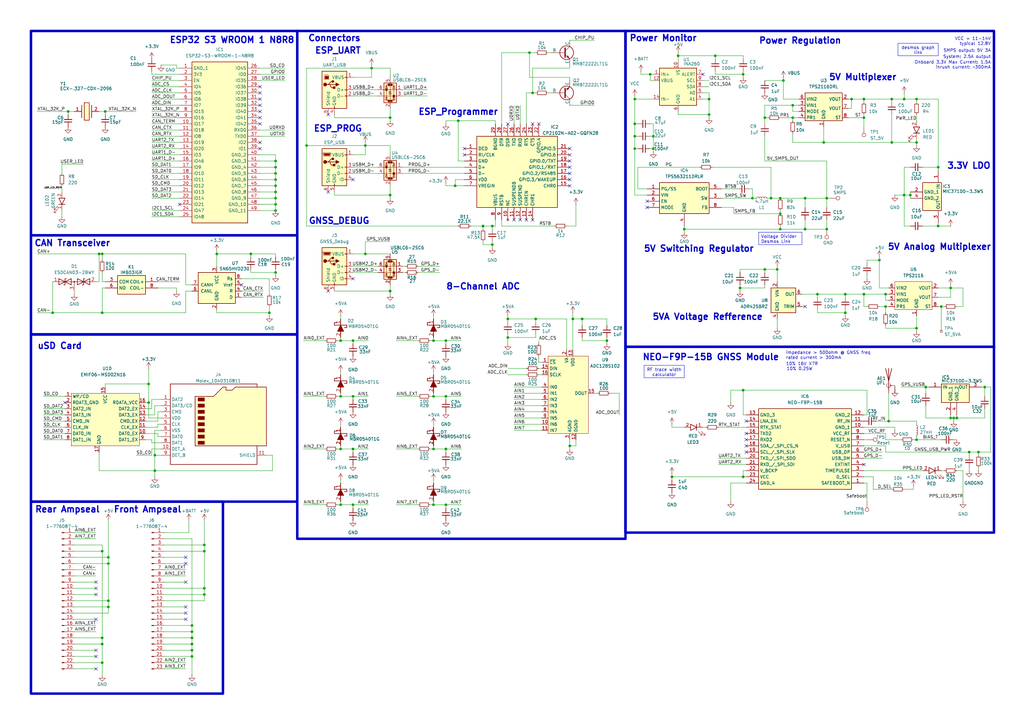
<source format=kicad_sch>
(kicad_sch (version 20250114) (generator "eeschema") (generator_version "9.0")
  (paper "A3")
  (title_block (title "SDM26 Datalogger") (rev "3.12") (company "Sun Devil Motorsports"))
  (rectangle (start 121.92 12.7) (end 256.54 220.98) (stroke (width 1.016)))
  (rectangle (start 12.7 205.74) (end 91.44 284.48) (stroke (width 1.016)))
  (rectangle (start 256.54 142.24) (end 407.67 218.44) (stroke (width 1.016)))
  (rectangle (start 256.54 12.7) (end 407.67 142.24) (stroke (width 1.016)))
  (rectangle (start 12.7 137.16) (end 121.92 205.74) (stroke (width 1.016)))
  (rectangle (start 12.7 12.7) (end 121.92 96.52) (stroke (width 1.016)))
  (rectangle (start 12.7 96.52) (end 121.92 137.16) (stroke (width 1.016)))
  (text "Power Regulation" (at 311.15 18.288 0) (effects (font (size 2.54 2.54) (thickness 0.512) (bold yes)) (justify left bottom)))
  (text "5V Multiplexer" (at 339.852 33.274 0) (effects (font (size 2.54 2.54) (thickness 0.512) (bold yes)) (justify left bottom)))
  (text "CAN Transceiver" (at 13.97 101.346 0) (effects (font (size 2.54 2.54) (thickness 0.512) (bold yes)) (justify left bottom)))
  (text "10% 16V X7R" (at 322.326 150.114 0) (effects (font (size 1.27 1.27)) (justify left bottom)))
  (text "inrush current: ~300mA" (at 406.4 28.448 0) (effects (font (size 1.27 1.27)) (justify right bottom)))
  (text "5V Switching Regulator" (at 263.906 103.632 0) (effects (font (size 2.54 2.54) (thickness 0.512) (bold yes)) (justify left bottom)))
  (text "5V Analog Multiplexer" (at 363.982 102.87 0) (effects (font (size 2.54 2.54) (thickness 0.512) (bold yes)) (justify left bottom)))
  (text "ESP32 S3 WROOM 1 N8R8" (at 120.904 18.034 0) (effects (font (size 2.54 2.54) (thickness 0.512) (bold yes)) (justify right bottom)))
  (text "Power Monitor" (at 258.064 17.272 0) (effects (font (size 2.54 2.54) (thickness 0.512) (bold yes)) (justify left bottom)))
  (text "Connectors" (at 126.238 17.272 0) (effects (font (size 2.54 2.54) (thickness 0.512) (bold yes)) (justify left bottom)))
  (text "10% 0.25W" (at 322.58 152.146 0) (effects (font (size 1.27 1.27)) (justify left bottom)))
  (text "ESP_PROG" (at 128.524 54.356 0) (effects (font (size 2.54 2.54) (thickness 0.512) (bold yes)) (justify left bottom)))
  (text "Onboard 3.3V Max Current: 1.5A" (at 406.4 26.416 0) (effects (font (size 1.27 1.27)) (justify right bottom)))
  (text "impedance > 500ohm @ GNSS freq\nrated current > 300mA" (at 322.326 147.574 0) (effects (font (size 1.27 1.27)) (justify left bottom)))
  (text "Front Ampseal" (at 46.482 210.566 0) (effects (font (size 2.54 2.54) (thickness 0.512) (bold yes)) (justify left bottom)))
  (text "3.3V LDO" (at 388.366 69.596 0) (effects (font (size 2.54 2.54) (thickness 0.512) (bold yes)) (justify left bottom)))
  (text "VCC = 11-14V\ntypical 12.8V" (at 406.4 18.796 0) (effects (font (size 1.27 1.27)) (justify right bottom)))
  (text "GNSS_DEBUG" (at 126.492 92.202 0) (effects (font (size 2.54 2.54) (thickness 0.512) (bold yes)) (justify left bottom)))
  (text "ESP_UART" (at 129.032 22.352 0) (effects (font (size 2.54 2.54) (thickness 0.512) (bold yes)) (justify left bottom)))
  (text "8-Channel ADC" (at 182.88 119.126 0) (effects (font (size 2.54 2.54) (thickness 0.512) (bold yes)) (justify left bottom)))
  (text "uSD Card" (at 15.24 143.51 0) (effects (font (size 2.54 2.54) (thickness 0.512) (bold yes)) (justify left bottom)))
  (text "ESP_Programmer" (at 171.45 47.498 0) (effects (font (size 2.54 2.54) (thickness 0.512) (bold yes)) (justify left bottom)))
  (text "5VA Voltage Refference " (at 267.462 131.572 0) (effects (font (size 2.54 2.54) (thickness 0.512) (bold yes)) (justify left bottom)))
  (text "SMPS output: 5V 3A" (at 406.4 21.59 0) (effects (font (size 1.27 1.27)) (justify right bottom)))
  (text "NEO-F9P-15B GNSS Module" (at 263.398 148.082 0) (effects (font (size 2.54 2.54) (thickness 0.512) (bold yes)) (justify left bottom)))
  (text "System: 2.5A output" (at 406.4 24.13 0) (effects (font (size 1.27 1.27)) (justify right bottom)))
  (text "Rear Ampseal\n" (at 14.224 210.566 0) (effects (font (size 2.54 2.54) (thickness 0.512) (bold yes)) (justify left bottom)))
  (text_box "desmos graph link" (at 368.3 17.78 0) (size 16.51 5.08) (margins 0.9525 0.9525 0.9525 0.9525) (effects (font (size 1.27 1.27)) (justify top)))
  (text_box "Voltage Divider Desmos Link" (at 311.15 95.25 0) (size 17.78 5.08) (margins 0.9525 0.9525 0.9525 0.9525) (effects (font (size 1.27 1.27)) (justify left top)))
  (text_box "RF trace width calculator" (at 264.16 149.86 0) (size 16.51 5.08) (margins 0.9525 0.9525 0.9525 0.9525) (effects (font (size 1.27 1.27)) (justify top)))
  (junction (at 373.38 80.01))
  (junction (at 41.91 226.06))
  (junction (at 83.82 226.06))
  (junction (at 27.94 45.72))
  (junction (at 364.49 172.72))
  (junction (at 365.76 58.42))
  (junction (at 139.7 184.15))
  (junction (at 330.2 81.28))
  (junction (at 234.95 130.81))
  (junction (at 304.8 160.02))
  (junction (at 363.22 120.65))
  (junction (at 320.04 93.98))
  (junction (at 78.74 269.24))
  (junction (at 278.13 22.86))
  (junction (at 293.37 22.86))
  (junction (at 266.7 30.48))
  (junction (at 182.88 139.7))
  (junction (at 386.08 125.73))
  (junction (at 354.33 48.26))
  (junction (at 186.69 76.2))
  (junction (at 177.8 207.01))
  (junction (at 248.92 139.7))
  (junction (at 78.74 266.7))
  (junction (at 313.69 48.26))
  (junction (at 384.81 92.71))
  (junction (at 370.84 40.64))
  (junction (at 160.02 119.38))
  (junction (at 308.61 81.28))
  (junction (at 44.45 248.92))
  (junction (at 217.17 21.59))
  (junction (at 113.03 111.76))
  (junction (at 44.45 246.38))
  (junction (at 403.86 158.75))
  (junction (at 260.35 60.96))
  (junction (at 198.12 92.71))
  (junction (at 379.73 158.75))
  (junction (at 391.16 171.45))
  (junction (at 177.8 162.56))
  (junction (at 370.84 80.01))
  (junction (at 177.8 139.7))
  (junction (at 177.8 184.15))
  (junction (at 144.78 139.7))
  (junction (at 187.96 49.53))
  (junction (at 78.74 259.08))
  (junction (at 318.77 110.49))
  (junction (at 290.83 46.99))
  (junction (at 41.91 271.78))
  (junction (at 304.8 30.48))
  (junction (at 290.83 40.64))
  (junction (at 144.78 207.01))
  (junction (at 113.03 71.12))
  (junction (at 316.23 81.28))
  (junction (at 397.51 185.42))
  (junction (at 325.12 48.26))
  (junction (at 267.97 60.96))
  (junction (at 144.78 184.15))
  (junction (at 346.71 120.65))
  (junction (at 139.7 139.7))
  (junction (at 44.45 228.6))
  (junction (at 365.76 40.64))
  (junction (at 102.87 104.14))
  (junction (at 88.9 104.14))
  (junction (at 339.09 81.28))
  (junction (at 267.97 55.88))
  (junction (at 83.82 241.3))
  (junction (at 330.2 93.98))
  (junction (at 275.59 195.58))
  (junction (at 160.02 80.01))
  (junction (at 113.03 76.2))
  (junction (at 139.7 162.56))
  (junction (at 375.92 58.42))
  (junction (at 152.4 27.94))
  (junction (at 41.91 261.62))
  (junction (at 313.69 110.49))
  (junction (at 260.35 40.64))
  (junction (at 63.5 186.69))
  (junction (at 160.02 48.26))
  (junction (at 337.82 58.42))
  (junction (at 392.43 171.45))
  (junction (at 208.28 130.81))
  (junction (at 238.76 130.81))
  (junction (at 113.03 68.58))
  (junction (at 113.03 66.04))
  (junction (at 320.04 81.28))
  (junction (at 208.28 138.43))
  (junction (at 110.49 128.27))
  (junction (at 83.82 243.84))
  (junction (at 113.03 81.28))
  (junction (at 43.18 45.72))
  (junction (at 113.03 73.66))
  (junction (at 218.44 38.1))
  (junction (at 201.93 100.33))
  (junction (at 325.12 43.18))
  (junction (at 60.96 165.1))
  (junction (at 354.33 120.65))
  (junction (at 360.68 106.68))
  (junction (at 40.64 104.14))
  (junction (at 321.31 33.02))
  (junction (at 182.88 207.01))
  (junction (at 304.8 195.58))
  (junction (at 260.35 55.88))
  (junction (at 260.35 50.8))
  (junction (at 144.78 162.56))
  (junction (at 44.45 231.14))
  (junction (at 363.22 125.73))
  (junction (at 320.04 87.63))
  (junction (at 139.7 207.01))
  (junction (at 375.92 134.62))
  (junction (at 149.86 104.14))
  (junction (at 41.91 128.27))
  (junction (at 182.88 162.56))
  (junction (at 375.92 40.64))
  (junction (at 113.03 83.82))
  (junction (at 83.82 223.52))
  (junction (at 182.88 184.15))
  (junction (at 219.71 130.81))
  (junction (at 78.74 264.16))
  (junction (at 41.91 264.16))
  (junction (at 349.25 40.64))
  (junction (at 401.32 185.42))
  (junction (at 384.81 68.58))
  (junction (at 375.92 180.34))
  (junction (at 280.67 93.98))
  (junction (at 113.03 86.36))
  (junction (at 201.93 92.71))
  (junction (at 78.74 261.62))
  (junction (at 149.86 59.69))
  (junction (at 346.71 128.27))
  (junction (at 78.74 256.54))
  (junction (at 389.89 171.45))
  (junction (at 303.53 118.11))
  (junction (at 60.96 157.48))
  (junction (at 21.59 128.27))
  (junction (at 335.28 120.65))
  (junction (at 354.33 40.64))
  (junction (at 233.68 182.88))
  (junction (at 63.5 193.04))
  (junction (at 339.09 93.98))
  (junction (at 41.91 104.14))
  (junction (at 113.03 78.74))
  (junction (at 389.89 118.11))
  (junction (at 125.73 59.69))
  (no_connect (at 106.68 48.26))
  (no_connect (at 208.28 50.8))
  (no_connect (at 106.68 45.72))
  (no_connect (at 306.07 172.72))
  (no_connect (at 76.2 254))
  (no_connect (at 76.2 248.92))
  (no_connect (at 218.44 90.17))
  (no_connect (at 330.2 125.73))
  (no_connect (at 213.36 90.17))
  (no_connect (at 306.07 180.34))
  (no_connect (at 306.07 185.42))
  (no_connect (at 106.68 40.64))
  (no_connect (at 233.68 73.66))
  (no_connect (at 233.68 76.2))
  (no_connect (at 26.67 165.1))
  (no_connect (at 354.33 190.5))
  (no_connect (at 233.68 63.5))
  (no_connect (at 39.37 254))
  (no_connect (at 76.2 238.76))
  (no_connect (at 233.68 71.12))
  (no_connect (at 265.43 85.09))
  (no_connect (at 134.62 78.74))
  (no_connect (at 215.9 90.17))
  (no_connect (at 39.37 241.3))
  (no_connect (at 134.62 46.99))
  (no_connect (at 106.68 50.8))
  (no_connect (at 106.68 38.1))
  (no_connect (at 73.66 83.82))
  (no_connect (at 76.2 251.46))
  (no_connect (at 106.68 35.56))
  (no_connect (at 210.82 90.17))
  (no_connect (at 39.37 269.24))
  (no_connect (at 218.44 50.8))
  (no_connect (at 144.78 114.3))
  (no_connect (at 76.2 228.6))
  (no_connect (at 144.78 73.66))
  (no_connect (at 39.37 266.7))
  (no_connect (at 39.37 243.84))
  (no_connect (at 288.29 30.48))
  (no_connect (at 39.37 238.76))
  (no_connect (at 134.62 119.38))
  (no_connect (at 306.07 182.88))
  (no_connect (at 106.68 43.18))
  (no_connect (at 190.5 60.96))
  (no_connect (at 99.06 116.84))
  (no_connect (at 106.68 60.96))
  (no_connect (at 306.07 177.8))
  (no_connect (at 106.68 58.42))
  (no_connect (at 233.68 68.58))
  (no_connect (at 233.68 66.04))
  (no_connect (at 220.98 50.8))
  (no_connect (at 233.68 60.96))
  (no_connect (at 265.43 82.55))
  (no_connect (at 76.2 231.14))
  (no_connect (at 190.5 63.5))
  (no_connect (at 39.37 274.32))
  (wire (pts (xy 278.13 21.59) (xy 278.13 22.86)))
  (wire (pts (xy 67.31 254) (xy 76.2 254)))
  (wire (pts (xy 354.33 195.58) (xy 358.14 195.58)))
  (wire (pts (xy 180.34 109.22) (xy 171.45 109.22)))
  (wire (pts (xy 363.22 125.73) (xy 363.22 128.27)))
  (wire (pts (xy 67.31 274.32) (xy 76.2 274.32)))
  (wire (pts (xy 243.84 161.29) (xy 245.11 161.29)))
  (wire (pts (xy 367.03 161.29) (xy 367.03 160.02)))
  (wire (pts (xy 62.23 68.58) (xy 73.66 68.58)))
  (wire (pts (xy 177.8 139.7) (xy 177.8 138.43)))
  (wire (pts (xy 318.77 130.81) (xy 318.77 134.62)))
  (wire (pts (xy 30.48 251.46) (xy 44.45 251.46)))
  (wire (pts (xy 182.88 162.56) (xy 189.23 162.56)))
  (wire (pts (xy 280.67 93.98) (xy 280.67 92.71)))
  (wire (pts (xy 363.22 123.19) (xy 363.22 120.65)))
  (wire (pts (xy 313.69 43.18) (xy 325.12 43.18)))
  (wire (pts (xy 220.98 153.67) (xy 222.25 153.67)))
  (wire (pts (xy 354.33 40.64) (xy 354.33 41.91)))
  (wire (pts (xy 327.66 40.64) (xy 321.31 40.64)))
  (wire (pts (xy 375.92 58.42) (xy 375.92 59.69)))
  (wire (pts (xy 160.02 119.38) (xy 160.02 120.65)))
  (wire (pts (xy 182.88 207.01) (xy 189.23 207.01)))
  (wire (pts (xy 144.78 104.14) (xy 149.86 104.14)))
  (wire (pts (xy 208.28 151.13) (xy 215.9 151.13)))
  (wire (pts (xy 15.24 45.72) (xy 27.94 45.72)))
  (wire (pts (xy 78.74 264.16) (xy 78.74 266.7)))
  (wire (pts (xy 262.89 30.48) (xy 266.7 30.48)))
  (wire (pts (xy 111.76 186.69) (xy 111.76 193.04)))
  (wire (pts (xy 198.12 100.33) (xy 201.93 100.33)))
  (wire (pts (xy 210.82 158.75) (xy 222.25 158.75)))
  (wire (pts (xy 261.62 55.88) (xy 260.35 55.88)))
  (wire (pts (xy 349.25 40.64) (xy 349.25 44.45)))
  (wire (pts (xy 41.91 111.76) (xy 41.91 115.57)))
  (wire (pts (xy 62.23 76.2) (xy 73.66 76.2)))
  (wire (pts (xy 295.91 81.28) (xy 308.61 81.28)))
  (wire (pts (xy 67.31 218.44) (xy 77.47 218.44)))
  (wire (pts (xy 67.31 233.68) (xy 76.2 233.68)))
  (wire (pts (xy 198.12 92.71) (xy 201.93 92.71)))
  (wire (pts (xy 238.76 139.7) (xy 248.92 139.7)))
  (wire (pts (xy 375.92 172.72) (xy 375.92 173.99)))
  (wire (pts (xy 198.12 99.06) (xy 198.12 100.33)))
  (wire (pts (xy 62.23 86.36) (xy 73.66 86.36)))
  (wire (pts (xy 76.2 104.14) (xy 76.2 116.84)))
  (wire (pts (xy 40.64 193.04) (xy 63.5 193.04)))
  (wire (pts (xy 124.46 162.56) (xy 133.35 162.56)))
  (wire (pts (xy 30.48 259.08) (xy 39.37 259.08)))
  (wire (pts (xy 66.04 166.37) (xy 63.5 166.37)))
  (wire (pts (xy 30.48 233.68) (xy 39.37 233.68)))
  (wire (pts (xy 177.8 139.7) (xy 182.88 139.7)))
  (wire (pts (xy 17.78 162.56) (xy 26.67 162.56)))
  (wire (pts (xy 208.28 138.43) (xy 208.28 140.97)))
  (wire (pts (xy 59.69 167.64) (xy 62.23 167.64)))
  (wire (pts (xy 137.16 80.01) (xy 137.16 78.74)))
  (wire (pts (xy 290.83 38.1) (xy 288.29 38.1)))
  (wire (pts (xy 30.48 220.98) (xy 39.37 220.98)))
  (wire (pts (xy 67.31 223.52) (xy 83.82 223.52)))
  (wire (pts (xy 149.86 104.14) (xy 160.02 104.14)))
  (wire (pts (xy 280.67 93.98) (xy 320.04 93.98)))
  (wire (pts (xy 138.43 139.7) (xy 139.7 139.7)))
  (wire (pts (xy 234.95 130.81) (xy 234.95 143.51)))
  (wire (pts (xy 78.74 256.54) (xy 78.74 259.08)))
  (wire (pts (xy 320.04 86.36) (xy 320.04 87.63)))
  (wire (pts (xy 321.31 33.02) (xy 321.31 40.64)))
  (wire (pts (xy 106.68 68.58) (xy 113.03 68.58)))
  (wire (pts (xy 25.4 76.2) (xy 25.4 78.74)))
  (wire (pts (xy 139.7 129.54) (xy 139.7 130.81)))
  (wire (pts (xy 41.91 118.11) (xy 41.91 128.27)))
  (wire (pts (xy 325.12 48.26) (xy 327.66 48.26)))
  (wire (pts (xy 354.33 120.65) (xy 363.22 120.65)))
  (wire (pts (xy 275.59 173.99) (xy 275.59 175.26)))
  (wire (pts (xy 190.5 66.04) (xy 187.96 66.04)))
  (wire (pts (xy 403.86 158.75) (xy 406.4 158.75)))
  (wire (pts (xy 63.5 166.37) (xy 63.5 170.18)))
  (wire (pts (xy 144.78 185.42) (xy 144.78 184.15)))
  (wire (pts (xy 401.32 185.42) (xy 406.4 185.42)))
  (wire (pts (xy 88.9 104.14) (xy 88.9 109.22)))
  (wire (pts (xy 303.53 118.11) (xy 303.53 119.38)))
  (wire (pts (xy 106.68 76.2) (xy 113.03 76.2)))
  (wire (pts (xy 313.69 66.04) (xy 339.09 66.04)))
  (wire (pts (xy 375.92 134.62) (xy 363.22 134.62)))
  (wire (pts (xy 233.68 31.75) (xy 233.68 33.02)))
  (wire (pts (xy 62.23 35.56) (xy 73.66 35.56)))
  (wire (pts (xy 30.48 271.78) (xy 41.91 271.78)))
  (wire (pts (xy 355.6 125.73) (xy 354.33 125.73)))
  (wire (pts (xy 106.68 27.94) (xy 116.84 27.94)))
  (wire (pts (xy 64.77 179.07) (xy 66.04 179.07)))
  (wire (pts (xy 30.48 223.52) (xy 41.91 223.52)))
  (wire (pts (xy 248.92 138.43) (xy 248.92 139.7)))
  (wire (pts (xy 187.96 49.53) (xy 187.96 66.04)))
  (wire (pts (xy 293.37 22.86) (xy 304.8 22.86)))
  (wire (pts (xy 73.66 27.94) (xy 72.39 27.94)))
  (wire (pts (xy 363.22 180.34) (xy 363.22 177.8)))
  (wire (pts (xy 288.29 35.56) (xy 290.83 35.56)))
  (wire (pts (xy 110.49 128.27) (xy 110.49 129.54)))
  (wire (pts (xy 15.24 128.27) (xy 21.59 128.27)))
  (wire (pts (xy 201.93 99.06) (xy 201.93 100.33)))
  (wire (pts (xy 278.13 45.72) (xy 278.13 46.99)))
  (wire (pts (xy 139.7 152.4) (xy 139.7 153.67)))
  (wire (pts (xy 384.81 68.58) (xy 384.81 69.85)))
  (wire (pts (xy 30.48 246.38) (xy 44.45 246.38)))
  (wire (pts (xy 62.23 48.26) (xy 73.66 48.26)))
  (wire (pts (xy 360.68 125.73) (xy 363.22 125.73)))
  (wire (pts (xy 165.1 36.83) (xy 175.26 36.83)))
  (wire (pts (xy 113.03 111.76) (xy 113.03 113.03)))
  (wire (pts (xy 43.18 158.75) (xy 43.18 157.48)))
  (wire (pts (xy 162.56 139.7) (xy 171.45 139.7)))
  (wire (pts (xy 62.23 55.88) (xy 73.66 55.88)))
  (wire (pts (xy 370.84 68.58) (xy 373.38 68.58)))
  (wire (pts (xy 266.7 33.02) (xy 267.97 33.02)))
  (wire (pts (xy 220.98 139.7) (xy 220.98 140.97)))
  (wire (pts (xy 304.8 160.02) (xy 304.8 170.18)))
  (wire (pts (xy 354.33 175.26) (xy 367.03 175.26)))
  (wire (pts (xy 124.46 139.7) (xy 133.35 139.7)))
  (wire (pts (xy 67.31 248.92) (xy 76.2 248.92)))
  (wire (pts (xy 182.88 184.15) (xy 189.23 184.15)))
  (wire (pts (xy 316.23 81.28) (xy 320.04 81.28)))
  (wire (pts (xy 106.68 81.28) (xy 113.03 81.28)))
  (wire (pts (xy 260.35 80.01) (xy 265.43 80.01)))
  (wire (pts (xy 210.82 50.8) (xy 210.82 43.18)))
  (wire (pts (xy 306.07 193.04) (xy 304.8 193.04)))
  (wire (pts (xy 73.66 63.5) (xy 62.23 63.5)))
  (wire (pts (xy 64.77 115.57) (xy 73.66 115.57)))
  (wire (pts (xy 349.25 40.64) (xy 354.33 40.64)))
  (wire (pts (xy 335.28 128.27) (xy 335.28 127)))
  (wire (pts (xy 76.2 116.84) (xy 78.74 116.84)))
  (wire (pts (xy 304.8 30.48) (xy 304.8 31.75)))
  (wire (pts (xy 144.78 207.01) (xy 151.13 207.01)))
  (wire (pts (xy 288.29 175.26) (xy 289.56 175.26)))
  (wire (pts (xy 40.64 104.14) (xy 41.91 104.14)))
  (wire (pts (xy 365.76 40.64) (xy 370.84 40.64)))
  (wire (pts (xy 17.78 180.34) (xy 26.67 180.34)))
  (wire (pts (xy 370.84 80.01) (xy 370.84 92.71)))
  (wire (pts (xy 62.23 58.42) (xy 73.66 58.42)))
  (wire (pts (xy 375.92 57.15) (xy 375.92 58.42)))
  (wire (pts (xy 40.64 45.72) (xy 43.18 45.72)))
  (wire (pts (xy 137.16 80.01) (xy 160.02 80.01)))
  (wire (pts (xy 176.53 207.01) (xy 177.8 207.01)))
  (wire (pts (xy 125.73 59.69) (xy 149.86 59.69)))
  (wire (pts (xy 325.12 45.72) (xy 327.66 45.72)))
  (wire (pts (xy 186.69 76.2) (xy 190.5 76.2)))
  (wire (pts (xy 41.91 104.14) (xy 76.2 104.14)))
  (wire (pts (xy 109.22 186.69) (xy 111.76 186.69)))
  (wire (pts (xy 355.6 198.12) (xy 355.6 205.74)))
  (wire (pts (xy 125.73 59.69) (xy 125.73 92.71)))
  (wire (pts (xy 83.82 243.84) (xy 83.82 246.38)))
  (wire (pts (xy 41.91 261.62) (xy 41.91 264.16)))
  (wire (pts (xy 102.87 104.14) (xy 113.03 104.14)))
  (wire (pts (xy 233.68 27.94) (xy 233.68 26.67)))
  (wire (pts (xy 78.74 269.24) (xy 78.74 276.86)))
  (wire (pts (xy 62.23 30.48) (xy 73.66 30.48)))
  (wire (pts (xy 144.78 162.56) (xy 151.13 162.56)))
  (wire (pts (xy 62.23 88.9) (xy 73.66 88.9)))
  (wire (pts (xy 384.81 118.11) (xy 389.89 118.11)))
  (wire (pts (xy 63.5 193.04) (xy 111.76 193.04)))
  (wire (pts (xy 354.33 48.26) (xy 354.33 46.99)))
  (wire (pts (xy 78.74 220.98) (xy 78.74 256.54)))
  (wire (pts (xy 397.51 186.69) (xy 397.51 185.42)))
  (wire (pts (xy 290.83 40.64) (xy 290.83 46.99)))
  (wire (pts (xy 149.86 59.69) (xy 149.86 63.5)))
  (wire (pts (xy 375.92 179.07) (xy 375.92 180.34)))
  (wire (pts (xy 363.22 185.42) (xy 363.22 182.88)))
  (wire (pts (xy 275.59 195.58) (xy 275.59 194.31)))
  (wire (pts (xy 233.68 16.51) (xy 243.84 16.51)))
  (wire (pts (xy 306.07 195.58) (xy 304.8 195.58)))
  (wire (pts (xy 304.8 195.58) (xy 304.8 193.04)))
  (wire (pts (xy 113.03 110.49) (xy 113.03 111.76)))
  (wire (pts (xy 64.77 168.91) (xy 64.77 172.72)))
  (wire (pts (xy 325.12 54.61) (xy 325.12 58.42)))
  (wire (pts (xy 64.77 118.11) (xy 72.39 118.11)))
  (wire (pts (xy 370.84 80.01) (xy 367.03 80.01)))
  (wire (pts (xy 375.92 134.62) (xy 375.92 135.89)))
  (wire (pts (xy 303.53 111.76) (xy 303.53 110.49)))
  (wire (pts (xy 160.02 76.2) (xy 160.02 80.01)))
  (wire (pts (xy 160.02 44.45) (xy 160.02 48.26)))
  (wire (pts (xy 210.82 168.91) (xy 222.25 168.91)))
  (wire (pts (xy 365.76 46.99) (xy 365.76 58.42)))
  (wire (pts (xy 144.78 36.83) (xy 154.94 36.83)))
  (wire (pts (xy 62.23 163.83) (xy 66.04 163.83)))
  (wire (pts (xy 99.06 119.38) (xy 107.95 119.38)))
  (wire (pts (xy 182.88 139.7) (xy 189.23 139.7)))
  (wire (pts (xy 40.64 185.42) (xy 40.64 193.04)))
  (wire (pts (xy 106.68 86.36) (xy 113.03 86.36)))
  (wire (pts (xy 220.98 148.59) (xy 220.98 146.05)))
  (wire (pts (xy 177.8 207.01) (xy 177.8 205.74)))
  (wire (pts (xy 144.78 139.7) (xy 151.13 139.7)))
  (wire (pts (xy 354.33 198.12) (xy 355.6 198.12)))
  (wire (pts (xy 307.34 77.47) (xy 308.61 77.47)))
  (wire (pts (xy 328.93 120.65) (xy 335.28 120.65)))
  (wire (pts (xy 375.92 46.99) (xy 375.92 49.53)))
  (wire (pts (xy 347.98 40.64) (xy 349.25 40.64)))
  (wire (pts (xy 358.14 200.66) (xy 365.76 200.66)))
  (wire (pts (xy 165.1 39.37) (xy 175.26 39.37)))
  (wire (pts (xy 30.48 228.6) (xy 44.45 228.6)))
  (wire (pts (xy 113.03 104.14) (xy 113.03 105.41)))
  (wire (pts (xy 66.04 173.99) (xy 64.77 173.99)))
  (wire (pts (xy 355.6 107.95) (xy 355.6 106.68)))
  (wire (pts (xy 201.93 100.33) (xy 201.93 101.6)))
  (wire (pts (xy 30.48 264.16) (xy 41.91 264.16)))
  (wire (pts (xy 30.48 226.06) (xy 41.91 226.06)))
  (wire (pts (xy 364.49 161.29) (xy 364.49 172.72)))
  (wire (pts (xy 138.43 207.01) (xy 139.7 207.01)))
  (wire (pts (xy 15.24 104.14) (xy 40.64 104.14)))
  (wire (pts (xy 106.68 78.74) (xy 113.03 78.74)))
  (wire (pts (xy 384.81 121.92) (xy 389.89 121.92)))
  (wire (pts (xy 40.64 104.14) (xy 40.64 115.57)))
  (wire (pts (xy 62.23 50.8) (xy 73.66 50.8)))
  (wire (pts (xy 67.31 246.38) (xy 83.82 246.38)))
  (wire (pts (xy 210.82 171.45) (xy 222.25 171.45)))
  (wire (pts (xy 67.31 236.22) (xy 76.2 236.22)))
  (wire (pts (xy 354.33 177.8) (xy 363.22 177.8)))
  (wire (pts (xy 355.6 106.68) (xy 360.68 106.68)))
  (wire (pts (xy 66.04 168.91) (xy 64.77 168.91)))
  (wire (pts (xy 238.76 130.81) (xy 234.95 130.81)))
  (wire (pts (xy 275.59 195.58) (xy 304.8 195.58)))
  (wire (pts (xy 260.35 60.96) (xy 260.35 80.01)))
  (wire (pts (xy 88.9 104.14) (xy 102.87 104.14)))
  (wire (pts (xy 213.36 50.8) (xy 213.36 43.18)))
  (wire (pts (xy 176.53 162.56) (xy 177.8 162.56)))
  (wire (pts (xy 278.13 22.86) (xy 278.13 25.4)))
  (wire (pts (xy 260.35 55.88) (xy 260.35 60.96)))
  (wire (pts (xy 62.23 60.96) (xy 73.66 60.96)))
  (wire (pts (xy 313.69 66.04) (xy 313.69 55.88)))
  (wire (pts (xy 218.44 27.94) (xy 218.44 38.1)))
  (wire (pts (xy 180.34 111.76) (xy 171.45 111.76)))
  (wire (pts (xy 78.74 259.08) (xy 78.74 261.62)))
  (wire (pts (xy 236.22 92.71) (xy 236.22 83.82)))
  (wire (pts (xy 113.03 76.2) (xy 113.03 78.74)))
  (wire (pts (xy 27.94 46.99) (xy 27.94 45.72)))
  (wire (pts (xy 149.86 99.06) (xy 160.02 99.06)))
  (wire (pts (xy 359.41 172.72) (xy 364.49 172.72)))
  (wire (pts (xy 294.64 175.26) (xy 306.07 175.26)))
  (wire (pts (xy 391.16 171.45) (xy 392.43 171.45)))
  (wire (pts (xy 44.45 246.38) (xy 44.45 248.92)))
  (wire (pts (xy 144.78 31.75) (xy 152.4 31.75)))
  (wire (pts (xy 124.46 184.15) (xy 133.35 184.15)))
  (wire (pts (xy 106.68 30.48) (xy 116.84 30.48)))
  (wire (pts (xy 43.18 45.72) (xy 55.88 45.72)))
  (wire (pts (xy 66.04 26.67) (xy 72.39 26.67)))
  (wire (pts (xy 60.96 165.1) (xy 60.96 157.48)))
  (wire (pts (xy 30.48 241.3) (xy 39.37 241.3)))
  (wire (pts (xy 361.95 187.96) (xy 354.33 187.96)))
  (wire (pts (xy 295.91 77.47) (xy 302.26 77.47)))
  (wire (pts (xy 77.47 213.36) (xy 77.47 218.44)))
  (wire (pts (xy 205.74 92.71) (xy 227.33 92.71)))
  (wire (pts (xy 374.65 180.34) (xy 375.92 180.34)))
  (wire (pts (xy 304.8 160.02) (xy 355.6 160.02)))
  (wire (pts (xy 125.73 27.94) (xy 125.73 59.69)))
  (wire (pts (xy 144.78 184.15) (xy 139.7 184.15)))
  (wire (pts (xy 66.04 176.53) (xy 63.5 176.53)))
  (wire (pts (xy 67.31 220.98) (xy 78.74 220.98)))
  (wire (pts (xy 144.78 140.97) (xy 144.78 139.7)))
  (wire (pts (xy 139.7 162.56) (xy 144.78 162.56)))
  (wire (pts (xy 67.31 238.76) (xy 76.2 238.76)))
  (wire (pts (xy 304.8 29.21) (xy 304.8 30.48)))
  (wire (pts (xy 149.86 58.42) (xy 149.86 59.69)))
  (wire (pts (xy 30.48 243.84) (xy 39.37 243.84)))
  (wire (pts (xy 139.7 173.99) (xy 139.7 175.26)))
  (wire (pts (xy 72.39 26.67) (xy 72.39 27.94)))
  (wire (pts (xy 106.68 73.66) (xy 113.03 73.66)))
  (wire (pts (xy 392.43 170.18) (xy 392.43 171.45)))
  (wire (pts (xy 335.28 120.65) (xy 346.71 120.65)))
  (wire (pts (xy 67.31 271.78) (xy 76.2 271.78)))
  (wire (pts (xy 67.31 264.16) (xy 78.74 264.16)))
  (wire (pts (xy 182.88 76.2) (xy 182.88 74.93)))
  (wire (pts (xy 292.1 68.58) (xy 316.23 68.58)))
  (wire (pts (xy 41.91 128.27) (xy 76.2 128.27)))
  (wire (pts (xy 30.48 236.22) (xy 39.37 236.22)))
  (wire (pts (xy 373.38 80.01) (xy 370.84 80.01)))
  (wire (pts (xy 293.37 29.21) (xy 293.37 30.48)))
  (wire (pts (xy 236.22 182.88) (xy 233.68 182.88)))
  (wire (pts (xy 397.51 185.42) (xy 401.32 185.42)))
  (wire (pts (xy 144.78 208.28) (xy 144.78 207.01)))
  (wire (pts (xy 363.22 125.73) (xy 364.49 125.73)))
  (wire (pts (xy 248.92 133.35) (xy 248.92 130.81)))
  (wire (pts (xy 41.91 271.78) (xy 41.91 276.86)))
  (wire (pts (xy 201.93 92.71) (xy 201.93 93.98)))
  (wire (pts (xy 67.31 243.84) (xy 83.82 243.84)))
  (wire (pts (xy 363.22 120.65) (xy 364.49 120.65)))
  (wire (pts (xy 182.88 162.56) (xy 182.88 163.83)))
  (wire (pts (xy 339.09 81.28) (xy 339.09 85.09)))
  (wire (pts (xy 346.71 128.27) (xy 346.71 127)))
  (wire (pts (xy 113.03 66.04) (xy 113.03 68.58)))
  (wire (pts (xy 217.17 21.59) (xy 219.71 21.59)))
  (wire (pts (xy 59.69 180.34) (xy 62.23 180.34)))
  (wire (pts (xy 210.82 173.99) (xy 222.25 173.99)))
  (wire (pts (xy 370.84 40.64) (xy 375.92 40.64)))
  (wire (pts (xy 62.23 33.02) (xy 73.66 33.02)))
  (wire (pts (xy 139.7 184.15) (xy 139.7 182.88)))
  (wire (pts (xy 337.82 52.07) (xy 337.82 58.42)))
  (wire (pts (xy 347.98 48.26) (xy 354.33 48.26)))
  (wire (pts (xy 389.89 170.18) (xy 389.89 171.45)))
  (wire (pts (xy 261.62 50.8) (xy 260.35 50.8)))
  (wire (pts (xy 30.48 261.62) (xy 41.91 261.62)))
  (wire (pts (xy 389.89 118.11) (xy 389.89 116.84)))
  (wire (pts (xy 102.87 111.76) (xy 102.87 110.49)))
  (wire (pts (xy 265.43 77.47) (xy 261.62 77.47)))
  (wire (pts (xy 260.35 50.8) (xy 260.35 55.88)))
  (wire (pts (xy 250.19 161.29) (xy 254 161.29)))
  (wire (pts (xy 335.28 120.65) (xy 335.28 121.92)))
  (wire (pts (xy 394.97 118.11) (xy 389.89 118.11)))
  (wire (pts (xy 346.71 129.54) (xy 346.71 128.27)))
  (wire (pts (xy 139.7 139.7) (xy 139.7 138.43)))
  (wire (pts (xy 83.82 213.36) (xy 83.82 223.52)))
  (wire (pts (xy 63.5 176.53) (xy 63.5 186.69)))
  (wire (pts (xy 335.28 128.27) (xy 346.71 128.27)))
  (wire (pts (xy 106.68 66.04) (xy 113.03 66.04)))
  (wire (pts (xy 220.98 151.13) (xy 222.25 151.13)))
  (wire (pts (xy 186.69 73.66) (xy 186.69 76.2)))
  (wire (pts (xy 299.72 160.02) (xy 299.72 165.1)))
  (wire (pts (xy 162.56 184.15) (xy 171.45 184.15)))
  (wire (pts (xy 67.31 231.14) (xy 76.2 231.14)))
  (wire (pts (xy 67.31 251.46) (xy 76.2 251.46)))
  (wire (pts (xy 67.31 269.24) (xy 78.74 269.24)))
  (wire (pts (xy 261.62 77.47) (xy 261.62 68.58)))
  (wire (pts (xy 370.84 68.58) (xy 370.84 80.01)))
  (wire (pts (xy 308.61 77.47) (xy 308.61 81.28)))
  (wire (pts (xy 138.43 162.56) (xy 139.7 162.56)))
  (wire (pts (xy 144.78 109.22) (xy 154.94 109.22)))
  (wire (pts (xy 83.82 223.52) (xy 83.82 226.06)))
  (wire (pts (xy 313.69 48.26) (xy 313.69 50.8)))
  (wire (pts (xy 260.35 40.64) (xy 267.97 40.64)))
  (wire (pts (xy 339.09 81.28) (xy 330.2 81.28)))
  (wire (pts (xy 59.69 175.26) (xy 64.77 175.26)))
  (wire (pts (xy 267.97 50.8) (xy 267.97 55.88)))
  (wire (pts (xy 320.04 48.26) (xy 325.12 48.26)))
  (wire (pts (xy 139.7 139.7) (xy 144.78 139.7)))
  (wire (pts (xy 267.97 60.96) (xy 267.97 62.23)))
  (wire (pts (xy 160.02 59.69) (xy 160.02 63.5)))
  (wire (pts (xy 177.8 184.15) (xy 177.8 182.88)))
  (wire (pts (xy 99.06 121.92) (xy 107.95 121.92)))
  (wire (pts (xy 182.88 49.53) (xy 187.96 49.53)))
  (wire (pts (xy 233.68 27.94) (xy 218.44 27.94)))
  (wire (pts (xy 62.23 186.69) (xy 62.23 184.15)))
  (wire (pts (xy 320.04 93.98) (xy 330.2 93.98)))
  (wire (pts (xy 160.02 81.28) (xy 160.02 80.01)))
  (wire (pts (xy 113.03 78.74) (xy 113.03 81.28)))
  (wire (pts (xy 339.09 90.17) (xy 339.09 93.98)))
  (wire (pts (xy 64.77 173.99) (xy 64.77 175.26)))
  (wire (pts (xy 182.88 139.7) (xy 182.88 140.97)))
  (wire (pts (xy 198.12 93.98) (xy 198.12 92.71)))
  (wire (pts (xy 17.78 170.18) (xy 26.67 170.18)))
  (wire (pts (xy 144.78 71.12) (xy 154.94 71.12)))
  (wire (pts (xy 62.23 66.04) (xy 73.66 66.04)))
  (wire (pts (xy 43.18 157.48) (xy 60.96 157.48)))
  (wire (pts (xy 165.1 71.12) (xy 190.5 71.12)))
  (wire (pts (xy 177.8 207.01) (xy 182.88 207.01)))
  (wire (pts (xy 233.68 182.88) (xy 233.68 184.15)))
  (wire (pts (xy 62.23 45.72) (xy 73.66 45.72)))
  (wire (pts (xy 364.49 118.11) (xy 360.68 118.11)))
  (wire (pts (xy 165.1 68.58) (xy 190.5 68.58)))
  (wire (pts (xy 78.74 266.7) (xy 78.74 269.24)))
  (wire (pts (xy 182.88 184.15) (xy 182.88 185.42)))
  (wire (pts (xy 162.56 162.56) (xy 171.45 162.56)))
  (wire (pts (xy 62.23 43.18) (xy 73.66 43.18)))
  (wire (pts (xy 238.76 133.35) (xy 238.76 130.81)))
  (wire (pts (xy 313.69 111.76) (xy 313.69 110.49)))
  (wire (pts (xy 224.79 38.1) (xy 226.06 38.1)))
  (wire (pts (xy 261.62 60.96) (xy 260.35 60.96)))
  (wire (pts (xy 306.07 170.18) (xy 304.8 170.18)))
  (wire (pts (xy 325.12 48.26) (xy 325.12 49.53)))
  (wire (pts (xy 379.73 166.37) (xy 379.73 171.45)))
  (wire (pts (xy 55.88 186.69) (xy 62.23 186.69)))
  (wire (pts (xy 220.98 148.59) (xy 222.25 148.59)))
  (wire (pts (xy 144.78 162.56) (xy 144.78 163.83)))
  (wire (pts (xy 76.2 128.27) (xy 76.2 119.38)))
  (wire (pts (xy 106.68 83.82) (xy 113.03 83.82)))
  (wire (pts (xy 384.81 92.71) (xy 384.81 91.44)))
  (wire (pts (xy 43.18 46.99) (xy 43.18 45.72)))
  (wire (pts (xy 106.68 63.5) (xy 113.03 63.5)))
  (wire (pts (xy 313.69 43.18) (xy 313.69 48.26)))
  (wire (pts (xy 160.02 116.84) (xy 160.02 119.38)))
  (wire (pts (xy 62.23 40.64) (xy 73.66 40.64)))
  (wire (pts (xy 304.8 30.48) (xy 293.37 30.48)))
  (wire (pts (xy 313.69 118.11) (xy 303.53 118.11)))
  (wire (pts (xy 288.29 33.02) (xy 290.83 33.02)))
  (wire (pts (xy 210.82 163.83) (xy 222.25 163.83)))
  (wire (pts (xy 30.48 218.44) (xy 39.37 218.44)))
  (wire (pts (xy 67.31 256.54) (xy 78.74 256.54)))
  (wire (pts (xy 210.82 176.53) (xy 222.25 176.53)))
  (wire (pts (xy 83.82 226.06) (xy 83.82 241.3)))
  (wire (pts (xy 346.71 120.65) (xy 346.71 121.92)))
  (wire (pts (xy 290.83 46.99) (xy 290.83 48.26)))
  (wire (pts (xy 320.04 87.63) (xy 300.99 87.63)))
  (wire (pts (xy 63.5 193.04) (xy 63.5 195.58)))
  (wire (pts (xy 17.78 172.72) (xy 26.67 172.72)))
  (wire (pts (xy 208.28 137.16) (xy 208.28 138.43)))
  (wire (pts (xy 384.81 40.64) (xy 384.81 68.58)))
  (wire (pts (xy 364.49 123.19) (xy 363.22 123.19)))
  (wire (pts (xy 215.9 38.1) (xy 218.44 38.1)))
  (wire (pts (xy 176.53 139.7) (xy 177.8 139.7)))
  (wire (pts (xy 215.9 50.8) (xy 215.9 38.1)))
  (wire (pts (xy 62.23 73.66) (xy 73.66 73.66)))
  (wire (pts (xy 325.12 43.18) (xy 327.66 43.18)))
  (wire (pts (xy 138.43 184.15) (xy 139.7 184.15)))
  (wire (pts (xy 290.83 40.64) (xy 288.29 40.64)))
  (wire (pts (xy 41.91 104.14) (xy 41.91 106.68)))
  (wire (pts (xy 299.72 198.12) (xy 306.07 198.12)))
  (wire (pts (xy 384.81 92.71) (xy 389.89 92.71)))
  (wire (pts (xy 365.76 58.42) (xy 375.92 58.42)))
  (wire (pts (xy 217.17 31.75) (xy 217.17 21.59)))
  (wire (pts (xy 278.13 22.86) (xy 293.37 22.86)))
  (wire (pts (xy 67.31 259.08) (xy 78.74 259.08)))
  (wire (pts (xy 30.48 254) (xy 39.37 254)))
  (wire (pts (xy 401.32 186.69) (xy 401.32 185.42)))
  (wire (pts (xy 367.03 175.26) (xy 367.03 176.53)))
  (wire (pts (xy 370.84 38.1) (xy 370.84 40.64)))
  (wire (pts (xy 160.02 27.94) (xy 160.02 31.75)))
  (wire (pts (xy 290.83 38.1) (xy 290.83 40.64)))
  (wire (pts (xy 219.71 130.81) (xy 232.41 130.81)))
  (wire (pts (xy 63.5 186.69) (xy 63.5 193.04)))
  (wire (pts (xy 267.97 55.88) (xy 267.97 60.96)))
  (wire (pts (xy 30.48 266.7) (xy 39.37 266.7)))
  (wire (pts (xy 299.72 198.12) (xy 299.72 205.74)))
  (wire (pts (xy 340.36 81.28) (xy 339.09 81.28)))
  (wire (pts (xy 233.68 31.75) (xy 217.17 31.75)))
  (wire (pts (xy 177.8 129.54) (xy 177.8 130.81)))
  (wire (pts (xy 375.92 40.64) (xy 375.92 41.91)))
  (wire (pts (xy 193.04 92.71) (xy 198.12 92.71)))
  (wire (pts (xy 313.69 33.02) (xy 321.31 33.02)))
  (wire (pts (xy 113.03 68.58) (xy 113.03 71.12)))
  (wire (pts (xy 177.8 173.99) (xy 177.8 175.26)))
  (wire (pts (xy 186.69 73.66) (xy 190.5 73.66)))
  (wire (pts (xy 88.9 102.87) (xy 88.9 104.14)))
  (wire (pts (xy 41.91 226.06) (xy 41.91 261.62)))
  (wire (pts (xy 88.9 128.27) (xy 88.9 127)))
  (wire (pts (xy 165.1 111.76) (xy 166.37 111.76)))
  (wire (pts (xy 373.38 78.74) (xy 373.38 80.01)))
  (wire (pts (xy 308.61 81.28) (xy 309.88 81.28)))
  (wire (pts (xy 59.69 170.18) (xy 63.5 170.18)))
  (wire (pts (xy 67.31 241.3) (xy 83.82 241.3)))
  (wire (pts (xy 266.7 50.8) (xy 267.97 50.8)))
  (wire (pts (xy 30.48 231.14) (xy 44.45 231.14)))
  (wire (pts (xy 358.14 195.58) (xy 358.14 200.66)))
  (wire (pts (xy 21.59 115.57) (xy 21.59 128.27)))
  (wire (pts (xy 346.71 120.65) (xy 354.33 120.65)))
  (wire (pts (xy 66.04 171.45) (xy 60.96 171.45)))
  (wire (pts (xy 144.78 111.76) (xy 154.94 111.76)))
  (wire (pts (xy 110.49 114.3) (xy 110.49 120.65)))
  (wire (pts (xy 330.2 90.17) (xy 330.2 93.98)))
  (wire (pts (xy 201.93 92.71) (xy 203.2 92.71)))
  (wire (pts (xy 139.7 162.56) (xy 139.7 161.29)))
  (wire (pts (xy 314.96 81.28) (xy 316.23 81.28)))
  (wire (pts (xy 363.22 180.34) (xy 369.57 180.34)))
  (wire (pts (xy 106.68 55.88) (xy 116.84 55.88)))
  (wire (pts (xy 354.33 180.34) (xy 355.6 180.34)))
  (wire (pts (xy 365.76 40.64) (xy 365.76 41.91)))
  (wire (pts (xy 40.64 115.57) (xy 39.37 115.57)))
  (wire (pts (xy 25.4 71.12) (xy 25.4 67.31)))
  (wire (pts (xy 266.7 60.96) (xy 267.97 60.96)))
  (wire (pts (xy 64.77 177.8) (xy 64.77 179.07)))
  (wire (pts (xy 182.88 207.01) (xy 182.88 208.28)))
  (wire (pts (xy 203.2 49.53) (xy 187.96 49.53)))
  (wire (pts (xy 162.56 207.01) (xy 171.45 207.01)))
  (wire (pts (xy 41.91 118.11) (xy 43.18 118.11)))
  (wire (pts (xy 152.4 27.94) (xy 160.02 27.94)))
  (wire (pts (xy 379.73 158.75) (xy 379.73 161.29)))
  (wire (pts (xy 30.48 256.54) (xy 39.37 256.54)))
  (wire (pts (xy 330.2 81.28) (xy 330.2 85.09)))
  (wire (pts (xy 218.44 38.1) (xy 219.71 38.1)))
  (wire (pts (xy 375.92 180.34) (xy 386.08 180.34)))
  (wire (pts (xy 391.16 171.45) (xy 391.16 172.72)))
  (wire (pts (xy 152.4 27.94) (xy 125.73 27.94)))
  (wire (pts (xy 27.94 45.72) (xy 30.48 45.72)))
  (wire (pts (xy 354.33 125.73) (xy 354.33 120.65)))
  (wire (pts (xy 354.33 193.04) (xy 378.46 193.04)))
  (wire (pts (xy 203.2 92.71) (xy 203.2 90.17)))
  (wire (pts (xy 300.99 87.63) (xy 300.99 85.09)))
  (wire (pts (xy 219.71 137.16) (xy 219.71 138.43)))
  (wire (pts (xy 233.68 180.34) (xy 233.68 182.88)))
  (wire (pts (xy 208.28 130.81) (xy 208.28 129.54)))
  (wire (pts (xy 379.73 158.75) (xy 381 158.75)))
  (wire (pts (xy 313.69 116.84) (xy 313.69 118.11)))
  (wire (pts (xy 304.8 22.86) (xy 304.8 24.13)))
  (wire (pts (xy 67.31 261.62) (xy 78.74 261.62)))
  (wire (pts (xy 299.72 160.02) (xy 304.8 160.02)))
  (wire (pts (xy 106.68 53.34) (xy 116.84 53.34)))
  (wire (pts (xy 355.6 113.03) (xy 355.6 114.3)))
  (wire (pts (xy 205.74 21.59) (xy 205.74 50.8)))
  (wire (pts (xy 290.83 46.99) (xy 278.13 46.99)))
  (wire (pts (xy 208.28 138.43) (xy 219.71 138.43)))
  (wire (pts (xy 261.62 68.58) (xy 287.02 68.58)))
  (wire (pts (xy 233.68 43.18) (xy 243.84 43.18)))
  (wire (pts (xy 41.91 115.57) (xy 43.18 115.57)))
  (wire (pts (xy 102.87 104.14) (xy 102.87 105.41)))
  (wire (pts (xy 386.08 125.73) (xy 386.08 135.89)))
  (wire (pts (xy 354.33 185.42) (xy 361.95 185.42)))
  (wire (pts (xy 62.23 53.34) (xy 73.66 53.34)))
  (wire (pts (xy 137.16 119.38) (xy 160.02 119.38)))
  (wire (pts (xy 44.45 248.92) (xy 44.45 251.46)))
  (wire (pts (xy 144.78 39.37) (xy 154.94 39.37)))
  (wire (pts (xy 355.6 170.18) (xy 355.6 160.02)))
  (wire (pts (xy 293.37 22.86) (xy 293.37 24.13)))
  (wire (pts (xy 384.81 92.71) (xy 378.46 92.71)))
  (wire (pts (xy 294.64 190.5) (xy 306.07 190.5)))
  (wire (pts (xy 386.08 125.73) (xy 387.35 125.73)))
  (wire (pts (xy 177.8 152.4) (xy 177.8 153.67)))
  (wire (pts (xy 182.88 76.2) (xy 186.69 76.2)))
  (wire (pts (xy 205.74 92.71) (xy 205.74 90.17)))
  (wire (pts (xy 44.45 231.14) (xy 44.45 246.38)))
  (wire (pts (xy 318.77 109.22) (xy 318.77 110.49)))
  (wire (pts (xy 62.23 29.21) (xy 62.23 30.48)))
  (wire (pts (xy 30.48 274.32) (xy 39.37 274.32)))
  (wire (pts (xy 224.79 21.59) (xy 226.06 21.59)))
  (wire (pts (xy 41.91 264.16) (xy 41.91 271.78)))
  (wire (pts (xy 88.9 128.27) (xy 110.49 128.27)))
  (wire (pts (xy 30.48 248.92) (xy 44.45 248.92)))
  (wire (pts (xy 318.77 110.49) (xy 318.77 115.57)))
  (wire (pts (xy 160.02 49.53) (xy 160.02 48.26)))
  (wire (pts (xy 139.7 207.01) (xy 144.78 207.01)))
  (wire (pts (xy 106.68 33.02) (xy 116.84 33.02)))
  (wire (pts (xy 62.23 181.61) (xy 62.23 180.34)))
  (wire (pts (xy 113.03 81.28) (xy 113.03 83.82)))
  (wire (pts (xy 113.03 83.82) (xy 113.03 86.36)))
  (wire (pts (xy 236.22 180.34) (xy 236.22 182.88)))
  (wire (pts (xy 337.82 58.42) (xy 365.76 58.42)))
  (wire (pts (xy 139.7 196.85) (xy 139.7 198.12)))
  (wire (pts (xy 99.06 114.3) (xy 110.49 114.3)))
  (wire (pts (xy 59.69 177.8) (xy 64.77 177.8)))
  (wire (pts (xy 151.13 184.15) (xy 144.78 184.15)))
  (wire (pts (xy 21.59 128.27) (xy 41.91 128.27)))
  (wire (pts (xy 137.16 48.26) (xy 137.16 46.99)))
  (wire (pts (xy 232.41 92.71) (xy 236.22 92.71)))
  (wire (pts (xy 313.69 48.26) (xy 314.96 48.26)))
  (wire (pts (xy 219.71 130.81) (xy 219.71 132.08)))
  (wire (pts (xy 266.7 30.48) (xy 266.7 33.02)))
  (wire (pts (xy 347.98 44.45) (xy 349.25 44.45)))
  (wire (pts (xy 234.95 128.27) (xy 234.95 130.81)))
  (wire (pts (xy 177.8 196.85) (xy 177.8 198.12)))
  (wire (pts (xy 330.2 125.73) (xy 328.93 125.73)))
  (wire (pts (xy 152.4 26.67) (xy 152.4 27.94)))
  (wire (pts (xy 374.65 200.66) (xy 374.65 199.39)))
  (wire (pts (xy 177.8 162.56) (xy 182.88 162.56)))
  (wire (pts (xy 387.35 193.04) (xy 386.08 193.04)))
  (wire (pts (xy 59.69 172.72) (xy 64.77 172.72)))
  (wire (pts (xy 354.33 182.88) (xy 363.22 182.88)))
  (wire (pts (xy 17.78 167.64) (xy 26.67 167.64)))
  (wire (pts (xy 144.78 63.5) (xy 149.86 63.5)))
  (wire (pts (xy 30.48 119.38) (xy 30.48 120.65)))
  (wire (pts (xy 260.35 40.64) (xy 260.35 50.8)))
  (wire (pts (xy 62.23 81.28) (xy 73.66 81.28)))
  (wire (pts (xy 363.22 185.42) (xy 397.51 185.42)))
  (wire (pts (xy 205.74 21.59) (xy 217.17 21.59)))
  (wire (pts (xy 360.68 118.11) (xy 360.68 106.68)))
  (wire (pts (xy 165.1 109.22) (xy 166.37 109.22)))
  (wire (pts (xy 113.03 63.5) (xy 113.03 66.04)))
  (wire (pts (xy 300.99 85.09) (xy 295.91 85.09)))
  (wire (pts (xy 303.53 110.49) (xy 313.69 110.49)))
  (wire (pts (xy 303.53 116.84) (xy 303.53 118.11)))
  (wire (pts (xy 373.38 92.71) (xy 370.84 92.71)))
  (wire (pts (xy 392.43 171.45) (xy 403.86 171.45)))
  (wire (pts (xy 41.91 223.52) (xy 41.91 226.06)))
  (wire (pts (xy 354.33 40.64) (xy 365.76 40.64)))
  (wire (pts (xy 316.23 68.58) (xy 316.23 81.28)))
  (wire (pts (xy 403.86 158.75) (xy 403.86 162.56)))
  (wire (pts (xy 215.9 153.67) (xy 208.28 153.67)))
  (wire (pts (xy 149.86 99.06) (xy 149.86 104.14)))
  (wire (pts (xy 124.46 207.01) (xy 133.35 207.01)))
  (wire (pts (xy 17.78 177.8) (xy 26.67 177.8)))
  (wire (pts (xy 262.89 30.48) (xy 262.89 29.21)))
  (wire (pts (xy 389.89 118.11) (xy 389.89 121.92)))
  (wire (pts (xy 137.16 48.26) (xy 160.02 48.26)))
  (wire (pts (xy 275.59 195.58) (xy 275.59 196.85)))
  (wire (pts (xy 354.33 52.07) (xy 354.33 48.26)))
  (wire (pts (xy 30.48 238.76) (xy 39.37 238.76)))
  (wire (pts (xy 406.4 158.75) (xy 406.4 185.42)))
  (wire (pts (xy 339.09 66.04) (xy 339.09 81.28)))
  (wire (pts (xy 363.22 134.62) (xy 363.22 133.35)))
  (wire (pts (xy 76.2 119.38) (xy 78.74 119.38)))
  (wire (pts (xy 320.04 92.71) (xy 320.04 93.98)))
  (wire (pts (xy 384.81 68.58) (xy 378.46 68.58)))
  (wire (pts (xy 62.23 163.83) (xy 62.23 167.64)))
  (wire (pts (xy 182.88 49.53) (xy 182.88 50.8)))
  (wire (pts (xy 208.28 132.08) (xy 208.28 130.81)))
  (wire (pts (xy 83.82 241.3) (xy 83.82 243.84)))
  (wire (pts (xy 330.2 93.98) (xy 339.09 93.98)))
  (wire (pts (xy 375.92 129.54) (xy 375.92 134.62)))
  (wire (pts (xy 260.35 39.37) (xy 260.35 40.64)))
  (wire (pts (xy 375.92 40.64) (xy 384.81 40.64)))
  (wire (pts (xy 110.49 125.73) (xy 110.49 128.27)))
  (wire (pts (xy 113.03 71.12) (xy 113.03 73.66)))
  (wire (pts (xy 176.53 184.15) (xy 177.8 184.15)))
  (wire (pts (xy 72.39 118.11) (xy 72.39 119.38)))
  (wire (pts (xy 60.96 157.48) (xy 60.96 151.13)))
  (wire (pts (xy 102.87 111.76) (xy 113.03 111.76)))
  (wire (pts (xy 389.89 171.45) (xy 391.16 171.45)))
  (wire (pts (xy 280.67 95.25) (xy 280.67 93.98)))
  (wire (pts (xy 379.73 171.45) (xy 389.89 171.45)))
  (wire (pts (xy 254 161.29) (xy 254 170.18)))
  (wire (pts (xy 394.97 193.04) (xy 392.43 193.04)))
  (wire (pts (xy 370.84 200.66) (xy 374.65 200.66)))
  (wire (pts (xy 149.86 59.69) (xy 160.02 59.69)))
  (wire (pts (xy 177.8 162.56) (xy 177.8 161.29)))
  (wire (pts (xy 321.31 31.75) (xy 321.31 33.02)))
  (wire (pts (xy 210.82 161.29) (xy 222.25 161.29)))
  (wire (pts (xy 392.43 125.73) (xy 394.97 125.73)))
  (wire (pts (xy 125.73 92.71) (xy 187.96 92.71)))
  (wire (pts (xy 375.92 172.72) (xy 364.49 172.72)))
  (wire (pts (xy 266.7 55.88) (xy 267.97 55.88)))
  (wire (pts (xy 25.4 67.31) (xy 34.29 67.31)))
  (wire (pts (xy 203.2 49.53) (xy 203.2 50.8)))
  (wire (pts (xy 384.81 125.73) (xy 386.08 125.73)))
  (wire (pts (xy 325.12 43.18) (xy 325.12 45.72)))
  (wire (pts (xy 60.96 171.45) (xy 60.96 165.1)))
  (wire (pts (xy 78.74 261.62) (xy 78.74 264.16)))
  (wire (pts (xy 219.71 130.81) (xy 208.28 130.81)))
  (wire (pts (xy 320.04 81.28) (xy 330.2 81.28)))
  (wire (pts (xy 44.45 213.36) (xy 44.45 228.6)))
  (wire (pts (xy 67.31 226.06) (xy 83.82 226.06)))
  (wire (pts (xy 67.31 228.6) (xy 76.2 228.6)))
  (wire (pts (xy 106.68 71.12) (xy 113.03 71.12)))
  (wire (pts (xy 248.92 139.7) (xy 248.92 140.97)))
  (wire (pts (xy 62.23 78.74) (xy 73.66 78.74)))
  (wire (pts (xy 360.68 106.68) (xy 360.68 105.41)))
  (wire (pts (xy 325.12 58.42) (xy 337.82 58.42)))
  (wire (pts (xy 397.51 191.77) (xy 397.51 193.04)))
  (wire (pts (xy 30.48 269.24) (xy 39.37 269.24)))
  (wire (pts (xy 275.59 175.26) (xy 280.67 175.26)))
  (wire (pts (xy 210.82 166.37) (xy 222.25 166.37)))
  (wire (pts (xy 232.41 143.51) (xy 232.41 130.81)))
  (wire (pts (xy 62.23 184.15) (xy 66.04 184.15)))
  (wire (pts (xy 59.69 165.1) (xy 60.96 165.1)))
  (wire (pts (xy 113.03 73.66) (xy 113.03 76.2)))
  (wire (pts (xy 266.7 30.48) (xy 267.97 30.48)))
  (wire (pts (xy 313.69 110.49) (xy 318.77 110.49)))
  (wire (pts (xy 391.16 180.34) (xy 392.43 180.34)))
  (wire (pts (xy 44.45 228.6) (xy 44.45 231.14)))
  (wire (pts (xy 369.57 158.75) (xy 379.73 158.75)))
  (wire (pts (xy 139.7 207.01) (xy 139.7 205.74)))
  (wire (pts (xy 17.78 175.26) (xy 26.67 175.26)))
  (wire (pts (xy 394.97 193.04) (xy 394.97 205.74)))
  (wire (pts (xy 62.23 71.12) (xy 73.66 71.12)))
  (wire (pts (xy 401.32 191.77) (xy 401.32 193.04)))
  (wire (pts (xy 238.76 138.43) (xy 238.76 139.7)))
  (wire (pts (xy 394.97 125.73) (xy 394.97 118.11)))
  (wire (pts (xy 62.23 38.1) (xy 73.66 38.1)))
  (wire (pts (xy 66.04 181.61) (xy 62.23 181.61)))
  (wire (pts (xy 373.38 80.01) (xy 373.38 81.28)))
  (wire (pts (xy 294.64 187.96) (xy 306.07 187.96)))
  (wire (pts (xy 355.6 170.18) (xy 354.33 170.18)))
  (wire (pts (xy 152.4 27.94) (xy 152.4 31.75)))
  (wire (pts (xy 63.5 186.69) (xy 66.04 186.69)))
  (wire (pts (xy 403.86 158.75) (xy 402.59 158.75)))
  (wire (pts (xy 248.92 130.81) (xy 238.76 130.81)))
  (wire (pts (xy 144.78 68.58) (xy 154.94 68.58)))
  (wire (pts (xy 25.4 86.36) (xy 25.4 88.9)))
  (wire (pts (xy 403.86 167.64) (xy 403.86 171.45)))
  (wire (pts (xy 177.8 184.15) (xy 182.88 184.15)))
  (wire (pts (xy 67.31 266.7) (xy 78.74 266.7)))
  (label "SD_CLK" (at 17.78 175.26 0))
  (label "GPS_D+" (at 180.34 109.22 180))
  (label "U0TXD" (at 116.84 55.88 180))
  (label "AIN1" (at 151.13 162.56 180))
  (label "USBM2_D+" (at 154.94 109.22 180))
  (label "ADC_DIN" (at 208.28 151.13 180))
  (label "PPS_LED" (at 378.46 193.04 180))
  (label "SD_CLK" (at 62.23 73.66 0))
  (label "SD_DAT3" (at 62.23 78.74 0))
  (label "PWR_LED" (at 375.92 49.53 180))
  (label "USBM2_D-" (at 154.94 111.76 180))
  (label "SD_CD" (at 17.78 162.56 0))
  (label "5V_SMPS_OUT" (at 327.66 66.04 180))
  (label "SD_DAT3" (at 17.78 170.18 0))
  (label "CAN_CTX" (at 62.23 53.34 0))
  (label "AIN5" (at 189.23 162.56 180))
  (label "CAN_RTX" (at 107.95 121.92 180))
  (label "BTSB" (at 297.18 77.47 0))
  (label "AIN1_EXT" (at 76.2 236.22 180))
  (label "AIN4_EXT" (at 39.37 256.54 180))
  (label "USBM_D-" (at 153.67 71.12 180))
  (label "GNSS_USB_PWR" (at 389.89 185.42 180))
  (label "PROG_D+" (at 176.53 68.58 180))
  (label "ADC_CLK" (at 62.23 38.1 0))
  (label "XTAL_32K_P" (at 15.24 45.72 0))
  (label "PPS_LED_RSTR" (at 394.97 204.47 180))
  (label "SMPS_SW" (at 297.18 81.28 0))
  (label "SD_CMD" (at 62.23 76.2 0))
  (label "AIN3" (at 210.82 166.37 0))
  (label "U0RXD" (at 116.84 53.34 180))
  (label "GPS_D+" (at 361.95 185.42 180))
  (label "SD_CD" (at 116.84 27.94 180))
  (label "UART1_D+" (at 62.23 66.04 0))
  (label "SMPS_FB" (at 309.88 87.63 180))
  (label "GPIO0" (at 243.84 43.18 180))
  (label "VCC_RF" (at 363.22 177.8 180))
  (label "CAN-" (at 39.37 233.68 180))
  (label "AIN2" (at 210.82 163.83 0))
  (label "UART1_D+" (at 175.26 36.83 180))
  (label "SD_DAT0" (at 17.78 177.8 0))
  (label "CAN_CTX" (at 107.95 119.38 180))
  (label "ADC_CS" (at 62.23 35.56 0))
  (label "UART2_TX" (at 62.23 58.42 0))
  (label "Safeboot" (at 355.6 204.47 180))
  (label "SD_DAT1" (at 17.78 180.34 0))
  (label "AIN6" (at 210.82 173.99 0))
  (label "SD_DAT0" (at 62.23 71.12 0))
  (label "ADC_CLK" (at 208.28 153.67 180))
  (label "AIN3_EXT" (at 76.2 274.32 180))
  (label "SD_DAT2" (at 17.78 167.64 0))
  (label "I2C1_SCL" (at 62.23 86.36 0))
  (label "XTAL_32K_N" (at 55.88 45.72 180))
  (label "GPS_VUSB" (at 369.57 158.75 0))
  (label "SD_CD" (at 55.88 186.69 0))
  (label "AIN2" (at 151.13 184.15 180))
  (label "AIN2_EXT" (at 124.46 184.15 0))
  (label "AIN3_EXT" (at 124.46 207.01 0))
  (label "GPS_D-" (at 361.95 187.96 180))
  (label "CAN+" (at 39.37 236.22 180))
  (label "I2C1_SDA" (at 290.83 35.56 0))
  (label "AIN7" (at 210.82 176.53 0))
  (label "AIN5_EXT" (at 39.37 259.08 180))
  (label "PROG_D-" (at 176.53 71.12 180))
  (label "USBB_D+" (at 153.67 36.83 180))
  (label "GPIO0" (at 116.84 30.48 180))
  (label "AIN1" (at 210.82 161.29 0))
  (label "AIN5" (at 210.82 171.45 0))
  (label "PG" (at 275.59 68.58 180))
  (label "GPS_D-" (at 180.34 111.76 180))
  (label "CHIP_PU" (at 62.23 33.02 0))
  (label "USER_LED" (at 34.29 67.31 180))
  (label "USR_LED_RSTR" (at 25.4 77.47 180) (effects (font (size 0.65 0.65))))
  (label "CAN+" (at 15.24 104.14 0))
  (label "USBM_D+" (at 153.67 68.58 180))
  (label "AIN0" (at 210.82 158.75 0))
  (label "AIN4" (at 210.82 168.91 0))
  (label "SD_DAT1" (at 62.23 68.58 0))
  (label "AIN0" (at 151.13 139.7 180))
  (label "UART2_RX" (at 294.64 190.5 0))
  (label "CHIP_PU" (at 243.84 16.51 180))
  (label "D_SEL" (at 365.76 200.66 180))
  (label "CAN-" (at 15.24 128.27 0))
  (label "XTAL_32K_N" (at 62.23 48.26 0))
  (label "RSTB" (at 226.06 92.71 180))
  (label "U0RXD" (at 210.82 43.18 270))
  (label "BIAS_T" (at 378.46 180.34 0))
  (label "AIN6_EXT" (at 39.37 218.44 180))
  (label "I2C1_SDA" (at 62.23 88.9 0))
  (label "AIN0_EXT" (at 124.46 139.7 0))
  (label "ADC_DOUT" (at 254 170.18 180))
  (label "AIN6_EXT" (at 162.56 184.15 0))
  (label "RF_IN" (at 363.22 172.72 180))
  (label "UART2_TX" (at 294.64 187.96 0))
  (label "CAN_RTX" (at 62.23 55.88 0))
  (label "GPS_VUSB" (at 160.02 99.06 180))
  (label "AIN5_EXT" (at 162.56 162.56 0))
  (label "AIN3" (at 151.13 207.01 180))
  (label "CAN_TERM" (at 73.66 115.57 180))
  (label "CAN_TERM" (at 62.23 50.8 0))
  (label "ADC_DOUT" (at 62.23 40.64 0))
  (label "SD_CMD" (at 17.78 172.72 0))
  (label "USER_LED" (at 116.84 33.02 180))
  (label "AIN4_EXT" (at 162.56 139.7 0))
  (label "RTK_STAT" (at 303.53 175.26 180))
  (label "UART1_D-" (at 62.23 63.5 0))
  (label "USBB_D-" (at 153.67 39.37 180))
  (label "ST" (at 353.06 48.26 180))
  (label "AIN7_EXT" (at 39.37 220.98 180))
  (label "XTAL_32K_P" (at 62.23 45.72 0))
  (label "AIN0_EXT" (at 76.2 233.68 180))
  (label "I2C1_SCL" (at 290.83 33.02 0))
  (label "AIN6" (at 189.23 184.15 180))
  (label "ADC_DIN" (at 62.23 43.18 0))
  (label "AIN1_EXT" (at 124.46 162.56 0))
  (label "U0TXD" (at 213.36 43.18 270))
  (label "AIN2_EXT" (at 76.2 271.78 180))
  (label "UART1_D-" (at 175.26 39.37 180))
  (label "SD_DAT2" (at 62.23 81.28 0))
  (label "AIN4" (at 189.23 139.7 180))
  (label "PR1" (at 323.85 48.26 180))
  (label "AIN7_EXT" (at 162.56 207.01 0))
  (label "UART2_RX" (at 62.23 60.96 0))
  (label "ADC_CS" (at 220.98 139.7 0))
  (label "AIN7" (at 189.23 207.01 180))
  (symbol (lib_id "power:GND") (at 182.88 168.91 0) (unit 1)
    (property "Reference" "#PWR056" (effects (hide yes)))
    (property "Value" "GND" (at 182.88 173.99 0))
    (property "Description" "Power symbol creates a global label with name \"GND\" , ground" (effects (hide yes)))
  )
  (symbol (lib_id "power:GND") (at 367.03 176.53 0) (unit 1)
    (property "Reference" "#PWR061" (effects (hide yes)))
    (property "Value" "GND" (at 370.586 178.054 0))
    (property "Description" "Power symbol creates a global label with name \"GND\" , ground" (effects (hide yes)))
  )
  (symbol (lib_id "Device:C_Small") (at 182.88 166.37 0) (unit 1)
    (property "Reference" "C34" (at 184.912 164.846 0) (effects (justify left)))
    (property "Value" "33nF" (at 184.658 166.624 0) (effects (justify left)))
    (property "Footprint" "Capacitor_SMD:C_0603_1608Metric" (effects (hide yes)))
  )
  (symbol (lib_id "power:GND") (at 303.53 119.38 0) (unit 1)
    (property "Reference" "#PWR035" (effects (hide yes)))
    (property "Value" "GND" (at 303.53 123.19 0))
  )
  (symbol (lib_id "Device:C_Small") (at 293.37 26.67 0) (unit 1)
    (property "Reference" "C2" (at 295.91 25.4063 0) (effects (justify left)))
    (property "Value" "100nF" (at 295.91 27.9463 0) (effects (justify left)))
    (property "Footprint" "Capacitor_SMD:C_0603_1608Metric" (effects (hide yes)))
  )
  (symbol (lib_id "SDM_CRYSTAL_OSCILLATOR:ECX-.327-CDX-2096") (at 30.48 45.72 0) (unit 1)
    (property "Reference" "Y1" (at 25.908 34.29 0))
    (property "Value" "ECX-.327-CDX-2096" (at 35.306 36.322 0))
    (property "Footprint" "SDM_MiscFootprint:ECX327CDX2096" (effects (hide yes)))
    (property "Datasheet" "https://ecsxtal.com/store/pdf/ECX-.327-CDX-2096.pdf" (effects (hide yes)))
    (property "Description" "Crystals CRYSTAL 32.768 kHZ 12.5 PF SMD, ESR 50K Ohms, +/-5ppm Tolerance -40 C +85 C, 3.2 x 1.5 uw Max +/- 3 ppm 1st Year Aging Max" (effects (hide yes)))
    (property "Height" "0.9" (effects (hide yes)))
    (property "Mouser Part Number" "520-X-.327-CDX2096" (effects (hide yes)))
    (property "Mouser Price/Stock" "https://www.mouser.co.uk/ProductDetail/ECS/ECX-.327-CDX-2096?qs=zW32dvEIR3t11RcE3dxOsQ%3D%3D" (effects (hide yes)))
    (property "Manufacturer_Name" "ECS" (effects (hide yes)))
    (property "Manufacturer_Part_Number" "ECX-.327-CDX-2096" (effects (hide yes)))
  )
  (symbol (lib_id "Device:C_Small") (at 144.78 143.51 0) (unit 1)
    (property "Reference" "C29" (at 147.066 142.494 0) (effects (justify left)))
    (property "Value" "33nF" (at 147.32 144.272 0) (effects (justify left)))
    (property "Footprint" "Capacitor_SMD:C_0603_1608Metric" (effects (hide yes)))
  )
  (symbol (lib_id "Device:R_Small") (at 358.14 125.73 90) (unit 1)
    (property "Reference" "R18" (at 358.14 130.81 90))
    (property "Value" "10k" (at 358.14 128.27 90))
    (property "Footprint" "Resistor_SMD:R_0603_1608Metric" (effects (hide yes)))
  )
  (symbol (lib_id "power:+5VA") (at 208.28 129.54 0) (unit 1)
    (property "Reference" "#PWR042" (effects (hide yes)))
    (property "Value" "+5VA" (at 208.28 125.73 0))
  )
  (symbol (lib_id "SDM_LED:SSF-LXH100LID-01") (at 290.83 175.26 180) (unit 1)
    (property "Reference" "LED3" (at 284.226 181.356 0))
    (property "Value" "RED" (at 284.226 178.816 0))
    (property "Footprint" "SDM_MiscFootprint:SSFLXH100LID01" (effects (hide yes)))
    (property "Datasheet" "https://www.lumex.com/spec/SSF-LXH100LID.pdf" (effects (hide yes)))
    (property "Description" "LED Circuit Board Indicator LED Circuit Board Indicator Single Red Diffused, Tinted 2V 20mA Round with Domed Top 5mm, T-1 3/4 Through Hole, Right Angle" (effects (hide yes)))
    (property "Height" "6.25" (effects (hide yes)))
    (property "Mouser Part Number" "696-SSFLXH100LID01" (effects (hide yes)))
    (property "Mouser Price/Stock" "https://www.mouser.co.uk/ProductDetail/Lumex/SSF-LXH100LID-01?qs=C88QikXmxo6L7xvMs1ej%252BA%3D%3D" (effects (hide yes)))
    (property "Manufacturer_Name" "Lumex" (effects (hide yes)))
    (property "Manufacturer_Part_Number" "SSF-LXH100LID-01" (effects (hide yes)))
  )
  (symbol (lib_id "Device:C_Small") (at 403.86 165.1 0) (unit 1)
    (property "Reference" "C32" (at 400.812 168.656 0))
    (property "Value" "10uF" (at 400.812 166.878 0))
    (property "Footprint" "Capacitor_SMD:C_0603_1608Metric" (effects (hide yes)))
  )
  (symbol (lib_id "Device:R_Small") (at 173.99 139.7 90) (unit 1)
    (property "Reference" "R22" (at 173.99 143.51 90))
    (property "Value" "100" (at 173.99 141.732 90))
    (property "Footprint" "Resistor_SMD:R_0603_1608Metric" (effects (hide yes)))
  )
  (symbol (lib_name "+5VA_1") (lib_id "power:+5VA") (at 139.7 152.4 0) (unit 1)
    (property "Reference" "#PWR051" (effects (hide yes)))
    (property "Value" "+5VA" (at 139.7 147.32 0))
    (property "Description" "Power symbol creates a global label with name \"+5VA\"" (effects (hide yes)))
  )
  (symbol (lib_id "Device:C_Small") (at 388.62 180.34 90) (unit 1)
    (property "Reference" "C36" (at 388.874 175.768 90) (effects (justify left)))
    (property "Value" "100nF" (at 390.652 177.8 90) (effects (justify left)))
    (property "Footprint" "Capacitor_SMD:C_0603_1608Metric" (effects (hide yes)))
  )
  (symbol (lib_id "Device:L_Small") (at 375.92 176.53 0) (unit 1)
    (property "Reference" "L2" (at 377.19 175.2599 0) (effects (justify left)))
    (property "Value" "27nH" (at 377.19 177.292 0) (effects (justify left)))
    (property "Footprint" "Inductor_SMD:L_0402_1005Metric" (effects (hide yes)))
  )
  (symbol (lib_id "Device:R_Small") (at 368.3 200.66 90) (mirror x) (unit 1)
    (property "Reference" "R35" (at 368.3 198.628 90))
    (property "Value" "10k" (at 368.3 196.088 90))
    (property "Footprint" "Resistor_SMD:R_0603_1608Metric" (effects (hide yes)))
  )
  (symbol (lib_id "Device:C_Small") (at 275.59 199.39 0) (mirror x) (unit 1)
    (property "Reference" "C40" (at 278.13 200.0187 0) (effects (justify left)))
    (property "Value" "1uF" (at 278.13 197.4787 0) (effects (justify left)))
    (property "Footprint" "Capacitor_SMD:C_0603_1608Metric" (effects (hide yes)))
  )
  (symbol (lib_id "power:+5V") (at 44.45 213.36 0) (unit 1)
    (property "Reference" "#PWR076" (effects (hide yes)))
    (property "Value" "+5V" (at 44.45 209.55 0))
    (property "Description" "Power symbol creates a global label with name \"+5V\"" (effects (hide yes)))
  )
  (symbol (lib_id "Device:R_Small") (at 135.89 207.01 90) (unit 1)
    (property "Reference" "R36" (at 135.89 210.82 90))
    (property "Value" "100" (at 135.89 209.042 90))
    (property "Footprint" "Resistor_SMD:R_0603_1608Metric" (effects (hide yes)))
  )
  (symbol (lib_id "power:GND") (at 30.48 120.65 0) (unit 1)
    (property "Reference" "#PWR036" (effects (hide yes)))
    (property "Value" "GND" (at 30.48 124.714 0))
    (property "Description" "Power symbol creates a global label with name \"GND\" , ground" (effects (hide yes)))
  )
  (symbol (lib_id "Reference_Voltage:ADR425ARMZ") (at 321.31 123.19 0) (unit 1)
    (property "Reference" "U8" (at 314.96 123.19 0) (effects (justify right)))
    (property "Value" "ADR425BRZ" (at 314.96 125.73 0) (effects (justify right)))
    (property "Footprint" "Package_SO:SOIC-8_3.9x4.9mm_P1.27mm" (effects (hide yes)))
    (property "Datasheet" "https://www.analog.com/media/en/technical-documentation/data-sheets/adr420_421_423_425.pdf" (effects (hide yes)))
  )
  (symbol (lib_id "SDM_VOLTAGE_REGULATORS:TPS563211DRLR") (at 265.43 77.47 0) (unit 1)
    (property "Reference" "IC4" (at 280.67 69.85 0))
    (property "Value" "TPS563211DRLR" (at 280.67 72.39 0))
    (property "Footprint" "SDM_MiscFootprint:SOTFL50P160X60-8N" (effects (hide yes)))
    (property "Datasheet" "https://www.ti.com/lit/ds/symlink/tps563211.pdf?ts=1645757213422" (effects (hide yes)))
    (property "Description" "Switching Voltage Regulators 4.2-V to 18-V, 3-A, synchronous buck converter with 1% accuracy, PG/SS and PFM/forced-PWM in SOT583" (effects (hide yes)))
    (property "Height" "0.6" (effects (hide yes)))
    (property "Mouser Part Number" "595-TPS563211DRLR" (effects (hide yes)))
    (property "Mouser Price/Stock" "https://www.mouser.co.uk/ProductDetail/Texas-Instruments/TPS563211DRLR?qs=QNEnbhJQKvZPf9yhsNn8pg%3D%3D" (effects (hide yes)))
    (property "Manufacturer_Name" "Texas Instruments" (effects (hide yes)))
    (property "Manufacturer_Part_Number" "TPS563211DRLR" (effects (hide yes)))
  )
  (symbol (lib_id "SDM_VOLTAGE_REGULATORS:MIC37100-3.3WS") (at 383.54 69.85 270) (unit 1)
    (property "Reference" "IC3" (at 388.112 76.454 90))
    (property "Value" "MIC37100-3.3WS" (at 394.97 78.486 90))
    (property "Footprint" "SDM_MiscFootprint:SOT230P700X180-4N" (effects (hide yes)))
    (property "Datasheet" "https://datasheet.datasheetarchive.com/originals/dk/DKDS-15/281099.pdf" (effects (hide yes)))
    (property "Description" "LDO Voltage Regulators 1.0A Low Voltage uCap LDO Regulator" (effects (hide yes)))
    (property "Height" "1.8" (effects (hide yes)))
    (property "Mouser Part Number" "998-MIC37100-3.3WS" (effects (hide yes)))
    (property "Mouser Price/Stock" "https://www.mouser.co.uk/ProductDetail/Microchip-Technology/MIC37100-3.3WS?qs=kh6iOki%2FeLGN%252BjivEzt6Eg%3D%3D" (effects (hide yes)))
    (property "Manufacturer_Name" "Microchip" (effects (hide yes)))
    (property "Manufacturer_Part_Number" "MIC37100-3.3WS" (effects (hide yes)))
  )
  (symbol (lib_id "SDM_DIODES:MBR0540T1G") (at 177.8 198.12 270) (unit 1)
    (property "Reference" "D9" (at 180.594 200.152 90) (effects (justify left)))
    (property "Value" "MBR0540T1G" (at 180.594 201.676 90) (effects (justify left)))
    (property "Footprint" "SDM_MiscFootprint:SOD3716X135N" (effects (hide yes)))
    (property "Datasheet" "https://www.onsemi.com/pub/Collateral/MBR0540T1-D.PDF" (effects (hide yes)))
    (property "Description" "Guardring for Stress Protection; Very Low Forward Voltage; Epoxy Meets UL94, VO at 1/8\"; Package Designed for Optimal Automated Board Assembly Mechanical Characteristics:; Reel Options: 3,000 per 7 inch reel / 8 mm tape; Reel Options: 10,000 per 13 inch reel / 8 mm tape; Device Marking: B4; Polarity Designator: Cathode Band; Weight: 11.7 mg (approximately); Case: Epoxy Molded; Finish: All External Surfaces Corrosion Resistant and Terminal Leads are Readily Solderable; Lead and Mounting Surface Temperature f" (effects (hide yes)))
    (property "Height" "1.35" (effects (hide yes)))
    (property "Mouser Part Number" "863-MBR0540T1G" (effects (hide yes)))
    (property "Mouser Price/Stock" "https://www.mouser.co.uk/ProductDetail/onsemi/MBR0540T1G?qs=3JMERSakebqeY0cO5%252BUPCQ%3D%3D" (effects (hide yes)))
    (property "Manufacturer_Name" "onsemi" (effects (hide yes)))
    (property "Manufacturer_Part_Number" "MBR0540T1G" (effects (hide yes)))
  )
  (symbol (lib_id "power:GND") (at 290.83 48.26 0) (unit 1)
    (property "Reference" "#PWR011" (effects (hide yes)))
    (property "Value" "GND" (at 290.83 53.34 0))
    (property "Description" "Power symbol creates a global label with name \"GND\" , ground" (effects (hide yes)))
  )
  (symbol (lib_id "power:+5V") (at 370.84 38.1 0) (unit 1)
    (property "Reference" "#PWR09" (effects (hide yes)))
    (property "Value" "+5V" (at 370.84 33.02 0))
    (property "Description" "Power symbol creates a global label with name \"+5V\"" (effects (hide yes)))
  )
  (symbol (lib_id "power:+3.3V") (at 234.95 128.27 0) (mirror y) (unit 1)
    (property "Reference" "#PWR038" (effects (hide yes)))
    (property "Value" "+3.3V" (at 234.95 124.46 0))
  )
  (symbol (lib_id "Sensor:INA260") (at 278.13 35.56 0) (unit 1)
    (property "Reference" "U1" (at 280.162 24.384 0) (effects (justify left)))
    (property "Value" "INA260" (at 280.2733 26.162 0) (effects (justify left)))
    (property "Footprint" "Package_SO:TSSOP-16_4.4x5mm_P0.65mm" (effects (hide yes)))
    (property "Datasheet" "http://www.ti.com/lit/ds/symlink/ina260.pdf" (effects (hide yes)))
    (property "Description" "Current/power/voltage monitor with Integrated 2mΩ Shunt Resistor, 2.7V - 5.5V, I2C, TSSOP-16" (effects (hide yes)))
  )
  (symbol (lib_id "power:VBUS") (at 152.4 26.67 0) (unit 1)
    (property "Reference" "#PWR04" (effects (hide yes)))
    (property "Value" "VBUS" (at 152.4 21.59 0))
    (property "Description" "Power symbol creates a global label with name \"VBUS\"" (effects (hide yes)))
  )
  (symbol (lib_id "power:VBUS") (at 321.31 31.75 0) (unit 1)
    (property "Reference" "#PWR07" (effects (hide yes)))
    (property "Value" "VBUS" (at 325.628 29.972 0))
    (property "Description" "Power symbol creates a global label with name \"VBUS\"" (effects (hide yes)))
  )
  (symbol (lib_id "power:GND") (at 318.77 134.62 0) (unit 1)
    (property "Reference" "#PWR044" (effects (hide yes)))
    (property "Value" "GND" (at 318.77 138.43 0))
  )
  (symbol (lib_id "Device:C_Small") (at 62.23 26.67 0) (unit 1)
    (property "Reference" "C1" (at 53.34 23.876 0) (effects (justify left)))
    (property "Value" "100nF" (at 53.34 26.416 0) (effects (justify left)))
    (property "Footprint" "Capacitor_SMD:C_0603_1608Metric" (effects (hide yes)))
  )
  (symbol (lib_id "power:GND") (at 208.28 140.97 0) (unit 1)
    (property "Reference" "#PWR046" (effects (hide yes)))
    (property "Value" "GND" (at 208.28 144.78 0))
  )
  (symbol (lib_id "Connector:TestPoint") (at 339.09 93.98 180) (unit 1)
    (property "Reference" "TP3" (at 333.756 97.282 0) (effects (justify right)))
    (property "Value" "GND" (at 337.566 99.568 0) (effects (justify right)))
    (property "Footprint" "TestPoint:TestPoint_Pad_1.5x1.5mm" (effects (hide yes)))
    (property "Description" "test point" (effects (hide yes)))
  )
  (symbol (lib_id "Device:R_Small") (at 289.56 68.58 90) (unit 1)
    (property "Reference" "R7" (at 289.56 63.5 90))
    (property "Value" "10k" (at 289.56 66.04 90))
    (property "Footprint" "Resistor_SMD:R_0603_1608Metric" (effects (hide yes)))
  )
  (symbol (lib_id "SDM_MICRO_CONTROLLER:ESP32-S3-WROOM-1-N8R8") (at 73.66 27.94 0) (unit 1)
    (property "Reference" "IC1" (at 90.17 20.32 0))
    (property "Value" "ESP32-S3-WROOM-1-N8R8" (at 90.17 22.86 0))
    (property "Footprint" "SDM_MiscFootprint:ESP32S3WROOM1N8R8" (effects (hide yes)))
    (property "Datasheet" "https://www.espressif.com/sites/default/files/documentation/esp32-s3-wroom-1_wroom-1u_datasheet_en.pdf" (effects (hide yes)))
    (property "Description" "WiFi Modules - 802.11 (Engineering Samples Only) SMD Module, ESP32-S3R8 with 8 MB Octal PSRAM Die, 8 MB Quad SPI flash, PCB Antenna" (effects (hide yes)))
    (property "Height" "3.25" (effects (hide yes)))
    (property "Mouser Part Number" "356-EP32S3WROOM1N8R8" (effects (hide yes)))
    (property "Mouser Price/Stock" "https://www.mouser.co.uk/ProductDetail/Espressif-Systems/ESP32-S3-WROOM-1-N8R8?qs=7D1LtPJG0i3%2F28hKFavOpQ%3D%3D" (effects (hide yes)))
    (property "Manufacturer_Name" "Espressif Systems" (effects (hide yes)))
    (property "Manufacturer_Part_Number" "ESP32-S3-WROOM-1-N8R8" (effects (hide yes)))
  )
  (symbol (lib_id "power:GND") (at 27.94 52.07 0) (unit 1)
    (property "Reference" "#PWR014" (effects (hide yes)))
    (property "Value" "GND" (at 27.94 57.15 0))
    (property "Description" "Power symbol creates a global label with name \"GND\" , ground" (effects (hide yes)))
  )
  (symbol (lib_id "Device:R_Small") (at 168.91 109.22 90) (unit 1)
    (property "Reference" "R15" (at 168.91 107.188 90))
    (property "Value" "27" (at 168.91 105.41 90))
    (property "Footprint" "Resistor_SMD:R_0603_1608Metric" (effects (hide yes)))
  )
  (symbol (lib_id "power:+5VA") (at 177.8 196.85 0) (unit 1)
    (property "Reference" "#PWR071" (effects (hide yes)))
    (property "Value" "+5VA" (at 177.8 193.04 0))
  )
  (symbol (lib_id "Device:R_Small") (at 135.89 184.15 90) (unit 1)
    (property "Reference" "R31" (at 135.89 187.96 90))
    (property "Value" "100" (at 135.89 186.182 90))
    (property "Footprint" "Resistor_SMD:R_0603_1608Metric" (effects (hide yes)))
  )
  (symbol (lib_id "power:GND") (at 375.92 59.69 0) (unit 1)
    (property "Reference" "#PWR017" (effects (hide yes)))
    (property "Value" "GND" (at 375.92 64.77 0))
    (property "Description" "Power symbol creates a global label with name \"GND\" , ground" (effects (hide yes)))
  )
  (symbol (lib_id "Device:C_Small") (at 144.78 210.82 0) (unit 1)
    (property "Reference" "C41" (at 146.558 209.296 0) (effects (justify left)))
    (property "Value" "33nF" (at 146.304 211.074 0) (effects (justify left)))
    (property "Footprint" "Capacitor_SMD:C_0603_1608Metric" (effects (hide yes)))
  )
  (symbol (lib_id "Device:R_Small") (at 110.49 123.19 0) (mirror x) (unit 1)
    (property "Reference" "R17" (at 113.538 122.174 0))
    (property "Value" "10k" (at 113.538 123.952 0))
    (property "Footprint" "Resistor_SMD:R_0603_1608Metric" (effects (hide yes)))
  )
  (symbol (lib_id "power:GND") (at 182.88 146.05 0) (unit 1)
    (property "Reference" "#PWR049" (effects (hide yes)))
    (property "Value" "GND" (at 182.88 151.13 0))
    (property "Description" "Power symbol creates a global label with name \"GND\" , ground" (effects (hide yes)))
  )
  (symbol (lib_id "SDM_USBUART:CP2102N-A02-GQFN28") (at 190.5 60.96 0) (unit 1)
    (property "Reference" "IC2" (at 225.806 52.07 0) (effects (justify left)))
    (property "Value" "CP2102N-A02-GQFN28" (at 222.504 54.61 0) (effects (justify left)))
    (property "Footprint" "SDM_MiscFootprint:QFN50P500X500X80-29N-D" (effects (hide yes)))
    (property "Datasheet" "https://componentsearchengine.com/Datasheets/2/CP2102N-A02-GQFN28.pdf" (effects (hide yes)))
    (property "Description" "SILICON LABS - CP2102N-A02-GQFN28 - USB TO UART BRIDGE, -40 TO 85DEG C" (effects (hide yes)))
    (property "Height" "0.8" (effects (hide yes)))
    (property "Mouser Part Number" "634-CP2102NA02GQFN28" (effects (hide yes)))
    (property "Mouser Price/Stock" "https://www.mouser.co.uk/ProductDetail/Silicon-Labs/CP2102N-A02-GQFN28?qs=u16ybLDytRaSBkSkyjYFiA%3D%3D" (effects (hide yes)))
    (property "Manufacturer_Name" "Silicon Labs" (effects (hide yes)))
    (property "Manufacturer_Part_Number" "CP2102N-A02-GQFN28" (effects (hide yes)))
  )
  (symbol (lib_id "Connector:TestPoint") (at 355.6 180.34 270) (unit 1)
    (property "Reference" "TP5" (at 362.966 179.324 90) (effects (justify right)))
    (property "Value" "Reset" (at 364.998 181.61 90) (effects (justify right)))
    (property "Footprint" "TestPoint:TestPoint_Pad_1.5x1.5mm" (effects (hide yes)))
    (property "Description" "test point" (effects (hide yes)))
  )
  (symbol (lib_id "power:GND") (at 144.78 168.91 0) (unit 1)
    (property "Reference" "#PWR055" (effects (hide yes)))
    (property "Value" "GND" (at 144.78 173.99 0))
    (property "Description" "Power symbol creates a global label with name \"GND\" , ground" (effects (hide yes)))
  )
  (symbol (lib_id "SDM_DIODES:MBR0540T1G") (at 139.7 153.67 270) (unit 1)
    (property "Reference" "D4" (at 143.002 155.194 90) (effects (justify left)))
    (property "Value" "MBR0540T1G" (at 143.002 156.718 90) (effects (justify left)))
    (property "Footprint" "SDM_MiscFootprint:SOD3716X135N" (effects (hide yes)))
    (property "Datasheet" "https://www.onsemi.com/pub/Collateral/MBR0540T1-D.PDF" (effects (hide yes)))
    (property "Description" "Guardring for Stress Protection; Very Low Forward Voltage; Epoxy Meets UL94, VO at 1/8\"; Package Designed for Optimal Automated Board Assembly Mechanical Characteristics:; Reel Options: 3,000 per 7 inch reel / 8 mm tape; Reel Options: 10,000 per 13 inch reel / 8 mm tape; Device Marking: B4; Polarity Designator: Cathode Band; Weight: 11.7 mg (approximately); Case: Epoxy Molded; Finish: All External Surfaces Corrosion Resistant and Terminal Leads are Readily Solderable; Lead and Mounting Surface Temperature f" (effects (hide yes)))
    (property "Height" "1.35" (effects (hide yes)))
    (property "Mouser Part Number" "863-MBR0540T1G" (effects (hide yes)))
    (property "Mouser Price/Stock" "https://www.mouser.co.uk/ProductDetail/onsemi/MBR0540T1G?qs=3JMERSakebqeY0cO5%252BUPCQ%3D%3D" (effects (hide yes)))
    (property "Manufacturer_Name" "onsemi" (effects (hide yes)))
    (property "Manufacturer_Part_Number" "MBR0540T1G" (effects (hide yes)))
  )
  (symbol (lib_id "SDM_ADC:TI_ADC128S102") (at 233.68 147.32 0) (unit 1)
    (property "Reference" "U9" (at 248.158 147.574 0))
    (property "Value" "ADC128S102" (at 248.158 150.114 0))
    (property "Footprint" "Package_SO:TSSOP-16_4.4x5mm_P0.65mm" (effects (hide yes)))
  )
  (symbol (lib_id "Device:R_Small") (at 363.22 130.81 0) (unit 1)
    (property "Reference" "R20" (at 364.49 129.54 0) (effects (justify left)))
    (property "Value" "10k" (at 364.49 132.08 0) (effects (justify left)))
    (property "Footprint" "Resistor_SMD:R_0603_1608Metric" (effects (hide yes)))
  )
  (symbol (lib_id "lib:TI_TPS2116") (at 374.65 111.76 0) (unit 1)
    (property "Reference" "U6" (at 374.65 110.49 0))
    (property "Value" "TPS2116" (at 374.65 113.03 0))
    (property "Footprint" "SDM_MiscFootprint:SOT-5X3" (effects (hide yes)))
  )
  (symbol (lib_id "Device:C_Small") (at 335.28 124.46 0) (unit 1)
    (property "Reference" "C23" (at 337.82 123.1963 0) (effects (justify left)))
    (property "Value" "100nF" (at 337.82 125.7363 0) (effects (justify left)))
    (property "Footprint" "Capacitor_SMD:C_0603_1608Metric" (effects (hide yes)))
  )
  (symbol (lib_id "power:GND") (at 201.93 101.6 0) (unit 1)
    (property "Reference" "#PWR027" (effects (hide yes)))
    (property "Value" "GND" (at 201.93 106.68 0))
    (property "Description" "Power symbol creates a global label with name \"GND\" , ground" (effects (hide yes)))
  )
  (symbol (lib_id "SDM_RELAY:IMB03IGR") (at 64.77 118.11 180) (unit 1)
    (property "Reference" "K1" (at 53.848 109.474 0))
    (property "Value" "IMB03IGR" (at 53.848 111.76 0))
    (property "Footprint" "SDM_MiscFootprint:IMB03IGR" (effects (hide yes)))
    (property "Datasheet" "https://www.te.com/commerce/DocumentDelivery/DDEController?Action=srchrtrv&DocNm=108-98024&DocType=Data%20Sheet&DocLang=English&PartCntxt=2-1462041-4&DocFormat=pdf" (effects (hide yes)))
    (property "Description" "Body Features: Insulation Special Features 2500V Initial Surge Withstand Voltage between Contacts & Coil | Product Weight .75 G | Product Weight .026 OZ | Contact Features: Contact Base Material AgNi | Contact Plating Material Gold | Contact Special Features Single Contact | Contact Current Class 0  2 AMP | Contact Number of Poles 1 | Contact Current Rating (Max) 2 AMP | Contact Arrangement 1 Form A (NO) | Dimensions: Product Width .236 INCH | Product Width 6 MM | Product Length 10 MM | Height Class (Mec" (effects (hide yes)))
    (property "Height" "5.65" (effects (hide yes)))
    (property "Mouser Part Number" "655-IMB03IGR" (effects (hide yes)))
    (property "Mouser Price/Stock" "https://www.mouser.co.uk/ProductDetail/TE-Connectivity-Axicom/IMB03IGR?qs=3Rah4i%252BhyCH1zLMP8jZhvA%3D%3D" (effects (hide yes)))
    (property "Manufacturer_Name" "TE Connectivity" (effects (hide yes)))
    (property "Manufacturer_Part_Number" "IMB03IGR" (effects (hide yes)))
  )
  (symbol (lib_id "power:GND") (at 397.51 193.04 0) (unit 1)
    (property "Reference" "#PWR066" (effects (hide yes)))
    (property "Value" "GND" (at 397.51 198.12 0))
    (property "Description" "Power symbol creates a global label with name \"GND\" , ground" (effects (hide yes)))
  )
  (symbol (lib_id "power:GND") (at 182.88 190.5 0) (unit 1)
    (property "Reference" "#PWR065" (effects (hide yes)))
    (property "Value" "GND" (at 182.88 195.58 0))
    (property "Description" "Power symbol creates a global label with name \"GND\" , ground" (effects (hide yes)))
  )
  (symbol (lib_id "Device:C_Small") (at 182.88 210.82 0) (unit 1)
    (property "Reference" "C42" (at 184.658 209.296 0) (effects (justify left)))
    (property "Value" "33nF" (at 184.658 211.074 0) (effects (justify left)))
    (property "Footprint" "Capacitor_SMD:C_0603_1608Metric" (effects (hide yes)))
  )
  (symbol (lib_id "power:GND") (at 182.88 50.8 0) (unit 1)
    (property "Reference" "#PWR013" (effects (hide yes)))
    (property "Value" "GND" (at 182.88 54.864 0))
    (property "Description" "Power symbol creates a global label with name \"GND\" , ground" (effects (hide yes)))
  )
  (symbol (lib_id "Device:L_Small") (at 312.42 81.28 270) (mirror x) (unit 1)
    (property "Reference" "L1" (at 312.42 85.09 90))
    (property "Value" "4.7uH" (at 312.42 82.55 90))
    (property "Footprint" "Inductor_SMD:L_Bourns_SRP7028A_7.3x6.6mm" (effects (hide yes)))
  )
  (symbol (lib_id "power:+5V") (at 275.59 173.99 0) (unit 1)
    (property "Reference" "#PWR060" (effects (hide yes)))
    (property "Value" "+5V" (at 275.59 168.91 0))
    (property "Description" "Power symbol creates a global label with name \"+5V\"" (effects (hide yes)))
  )
  (symbol (lib_id "Device:R_Small") (at 375.92 44.45 0) (mirror y) (unit 1)
    (property "Reference" "R4" (at 379.73 45.72 0))
    (property "Value" "220" (at 379.73 43.18 0))
    (property "Footprint" "Resistor_SMD:R_0603_1608Metric" (effects (hide yes)))
  )
  (symbol (lib_id "Device:C_Small") (at 330.2 87.63 0) (unit 1)
    (property "Reference" "C14" (at 332.74 87.0013 0) (effects (justify left)))
    (property "Value" "22uF" (at 332.74 89.5413 0) (effects (justify left)))
    (property "Footprint" "Capacitor_SMD:C_0603_1608Metric" (effects (hide yes)))
  )
  (symbol (lib_id "power:GND") (at 113.03 113.03 0) (unit 1)
    (property "Reference" "#PWR031" (effects (hide yes)))
    (property "Value" "GND" (at 113.03 118.11 0))
    (property "Description" "Power symbol creates a global label with name \"GND\" , ground" (effects (hide yes)))
  )
  (symbol (lib_id "SDM_LED:SSF-LXH100LID-01") (at 375.92 59.69 90) (unit 1)
    (property "Reference" "LED1" (at 378.46 53.7216 90) (effects (justify right)))
    (property "Value" "RED" (at 378.46 56.2616 90) (effects (justify right)))
    (property "Footprint" "SDM_MiscFootprint:SSFLXH100LID01" (effects (hide yes)))
    (property "Datasheet" "https://www.lumex.com/spec/SSF-LXH100LID.pdf" (effects (hide yes)))
    (property "Description" "LED Circuit Board Indicator LED Circuit Board Indicator Single Red Diffused, Tinted 2V 20mA Round with Domed Top 5mm, T-1 3/4 Through Hole, Right Angle" (effects (hide yes)))
    (property "Height" "6.25" (effects (hide yes)))
    (property "Mouser Part Number" "696-SSFLXH100LID01" (effects (hide yes)))
    (property "Mouser Price/Stock" "https://www.mouser.co.uk/ProductDetail/Lumex/SSF-LXH100LID-01?qs=C88QikXmxo6L7xvMs1ej%252BA%3D%3D" (effects (hide yes)))
    (property "Manufacturer_Name" "Lumex" (effects (hide yes)))
    (property "Manufacturer_Part_Number" "SSF-LXH100LID-01" (effects (hide yes)))
  )
  (symbol (lib_id "Device:R_Small") (at 173.99 162.56 90) (unit 1)
    (property "Reference" "R28" (at 173.99 166.37 90))
    (property "Value" "100" (at 173.99 164.592 90))
    (property "Footprint" "Resistor_SMD:R_0603_1608Metric" (effects (hide yes)))
  )
  (symbol (lib_id "power:GND") (at 66.04 26.67 0) (unit 1)
    (property "Reference" "#PWR03" (effects (hide yes)))
    (property "Value" "GND" (at 69.85 28.702 0))
    (property "Description" "Power symbol creates a global label with name \"GND\" , ground" (effects (hide yes)))
  )
  (symbol (lib_id "Device:C_Small") (at 182.88 143.51 0) (unit 1)
    (property "Reference" "C30" (at 184.912 141.986 0) (effects (justify left)))
    (property "Value" "33nF" (at 184.658 143.764 0) (effects (justify left)))
    (property "Footprint" "Capacitor_SMD:C_0603_1608Metric" (effects (hide yes)))
  )
  (symbol (lib_id "power:GND") (at 113.03 86.36 0) (unit 1)
    (property "Reference" "#PWR023" (effects (hide yes)))
    (property "Value" "GND" (at 113.03 91.44 0))
    (property "Description" "Power symbol creates a global label with name \"GND\" , ground" (effects (hide yes)))
  )
  (symbol (lib_id "Device:R_Small") (at 220.98 143.51 0) (unit 1)
    (property "Reference" "R23" (at 218.186 142.494 0))
    (property "Value" "100" (at 218.186 144.272 0))
    (property "Footprint" "Resistor_SMD:R_0603_1608Metric" (effects (hide yes)))
  )
  (symbol (lib_id "Device:C_Small") (at 27.94 49.53 180) (unit 1)
    (property "Reference" "C6" (at 26.162 48.26 0) (effects (justify left)))
    (property "Value" "15pF" (at 26.162 50.038 0) (effects (justify left)))
    (property "Footprint" "Capacitor_SMD:C_0603_1608Metric" (effects (hide yes)))
  )
  (symbol (lib_id "power:+5V") (at 360.68 105.41 0) (unit 1)
    (property "Reference" "#PWR029" (effects (hide yes)))
    (property "Value" "+5V" (at 360.68 101.6 0))
  )
  (symbol (lib_id "Device:R_Small") (at 168.91 111.76 270) (unit 1)
    (property "Reference" "R16" (at 168.91 113.792 90))
    (property "Value" "27" (at 169.164 115.316 90))
    (property "Footprint" "Resistor_SMD:R_0603_1608Metric" (effects (hide yes)))
  )
  (symbol (lib_id "Power_Management:TPS2116DRL") (at 337.82 45.72 0) (unit 1)
    (property "Reference" "U3" (at 337.82 33.02 0))
    (property "Value" "TPS2116DRL" (at 337.82 35.56 0))
    (property "Footprint" "Package_TO_SOT_SMD:SOT-583-8" (effects (hide yes)))
    (property "Datasheet" "https://www.ti.com/lit/ds/symlink/tps2116.pdf" (effects (hide yes)))
    (property "Description" "2 Channnels Power Mux with Manual and Priority Switchover, 1.6-5.5V Input Voltage, 2.5A Output Current, Ron 40 mOhm, SOT-583-8" (effects (hide yes)))
  )
  (symbol (lib_id "power:GND") (at 367.03 80.01 0) (unit 1)
    (property "Reference" "#PWR020" (effects (hide yes)))
    (property "Value" "GND" (at 367.03 85.09 0))
    (property "Description" "Power symbol creates a global label with name \"GND\" , ground" (effects (hide yes)))
  )
  (symbol (lib_name "+5VA_1") (lib_id "power:+5VA") (at 139.7 173.99 0) (unit 1)
    (property "Reference" "#PWR058" (effects (hide yes)))
    (property "Value" "+5VA" (at 139.7 168.91 0))
    (property "Description" "Power symbol creates a global label with name \"+5VA\"" (effects (hide yes)))
  )
  (symbol (lib_id "power:GND") (at 25.4 88.9 0) (unit 1)
    (property "Reference" "#PWR024" (effects (hide yes)))
    (property "Value" "GND" (at 25.4 92.71 0))
  )
  (symbol (lib_id "Device:C_Small") (at 375.92 92.71 90) (unit 1)
    (property "Reference" "C16" (at 375.9263 86.36 90))
    (property "Value" "10uF" (at 375.9263 88.9 90))
    (property "Footprint" "Capacitor_SMD:C_0603_1608Metric" (effects (hide yes)))
  )
  (symbol (lib_id "power:VCC") (at 260.35 39.37 0) (unit 1)
    (property "Reference" "#PWR010" (effects (hide yes)))
    (property "Value" "VCC" (at 260.35 34.29 0))
    (property "Description" "Power symbol creates a global label with name \"VCC\"" (effects (hide yes)))
  )
  (symbol (lib_id "SDM_GNSS:NEO-F9P-15B") (at 306.07 170.18 0) (unit 1)
    (property "Reference" "IC6" (at 330.2 162.56 0))
    (property "Value" "NEO-F9P-15B" (at 330.2 165.1 0))
    (property "Footprint" "SDM_MiscFootprint:NEOF9P15B" (effects (hide yes)))
    (property "Datasheet" "https://content.u-blox.com/sites/default/files/documents/NEO-F9P-15B_DataSheet_UBX-22021920.pdf" (effects (hide yes)))
    (property "Description" "GNSS / GPS Modules u-blox F9 dual band L1/L5 GNSS module high precision Professional Grade LGA, 16x12 mm" (effects (hide yes)))
    (property "Height" "3.76" (effects (hide yes)))
    (property "Mouser Part Number" "377-NEO-F9P-15B" (effects (hide yes)))
    (property "Mouser Price/Stock" "https://www.mouser.co.uk/ProductDetail/u-blox/NEO-F9P-15B?qs=17ckDYBRdenaqrmuzIvL0A%3D%3D" (effects (hide yes)))
    (property "Manufacturer_Name" "u-blox" (effects (hide yes)))
    (property "Manufacturer_Part_Number" "NEO-F9P-15B" (effects (hide yes)))
  )
  (symbol (lib_id "power:+5VA") (at 177.8 129.54 0) (unit 1)
    (property "Reference" "#PWR041" (effects (hide yes)))
    (property "Value" "+5VA" (at 177.8 125.73 0))
  )
  (symbol (lib_id "Device:R_Small") (at 135.89 139.7 90) (unit 1)
    (property "Reference" "R21" (at 135.89 143.51 90))
    (property "Value" "100" (at 135.89 141.732 90))
    (property "Footprint" "Resistor_SMD:R_0603_1608Metric" (effects (hide yes)))
  )
  (symbol (lib_id "Device:R_Small") (at 401.32 189.23 180) (unit 1)
    (property "Reference" "R33" (at 404.114 188.214 0))
    (property "Value" "100k" (at 404.622 189.992 0))
    (property "Footprint" "Resistor_SMD:R_0603_1608Metric" (effects (hide yes)))
  )
  (symbol (lib_id "power:GND") (at 375.92 135.89 0) (unit 1)
    (property "Reference" "#PWR045" (effects (hide yes)))
    (property "Value" "GND" (at 375.92 139.7 0))
  )
  (symbol (lib_id "Device:R_Small") (at 372.11 180.34 270) (unit 1)
    (property "Reference" "R30" (at 372.11 182.372 90))
    (property "Value" "10" (at 372.11 183.896 90))
    (property "Footprint" "Resistor_SMD:R_0603_1608Metric" (effects (hide yes)))
  )
  (symbol (lib_id "SDM_DIODES:MBR0540T1G") (at 139.7 130.81 270) (unit 1)
    (property "Reference" "D2" (at 142.494 131.572 90) (effects (justify left)))
    (property "Value" "MBR0540T1G" (at 142.748 133.858 90) (effects (justify left)))
    (property "Footprint" "SDM_MiscFootprint:SOD3716X135N" (effects (hide yes)))
    (property "Datasheet" "https://www.onsemi.com/pub/Collateral/MBR0540T1-D.PDF" (effects (hide yes)))
    (property "Description" "Guardring for Stress Protection; Very Low Forward Voltage; Epoxy Meets UL94, VO at 1/8\"; Package Designed for Optimal Automated Board Assembly Mechanical Characteristics:; Reel Options: 3,000 per 7 inch reel / 8 mm tape; Reel Options: 10,000 per 13 inch reel / 8 mm tape; Device Marking: B4; Polarity Designator: Cathode Band; Weight: 11.7 mg (approximately); Case: Epoxy Molded; Finish: All External Surfaces Corrosion Resistant and Terminal Leads are Readily Solderable; Lead and Mounting Surface Temperature f" (effects (hide yes)))
    (property "Height" "1.35" (effects (hide yes)))
    (property "Mouser Part Number" "863-MBR0540T1G" (effects (hide yes)))
    (property "Mouser Price/Stock" "https://www.mouser.co.uk/ProductDetail/onsemi/MBR0540T1G?qs=3JMERSakebqeY0cO5%252BUPCQ%3D%3D" (effects (hide yes)))
    (property "Manufacturer_Name" "onsemi" (effects (hide yes)))
    (property "Manufacturer_Part_Number" "MBR0540T1G" (effects (hide yes)))
  )
  (symbol (lib_id "Device:C_Small") (at 304.8 26.67 0) (unit 1)
    (property "Reference" "C3" (at 307.34 25.4063 0) (effects (justify left)))
    (property "Value" "100nF" (at 307.34 27.9463 0) (effects (justify left)))
    (property "Footprint" "Capacitor_SMD:C_0603_1608Metric" (effects (hide yes)))
  )
  (symbol (lib_id "Connector:Conn_01x23_Pin") (at 62.23 246.38 0) (unit 1)
    (property "Reference" "J6" (at 62.23 213.36 0))
    (property "Value" "1-776087-4" (at 62.23 215.9 0))
    (property "Footprint" "SDM_MiscFootprint:CONN23_776087_TEC" (effects (hide yes)))
  )
  (symbol (lib_id "power:GND") (at 41.91 276.86 0) (unit 1)
    (property "Reference" "#PWR081" (effects (hide yes)))
    (property "Value" "GND" (at 41.91 280.67 0))
  )
  (symbol (lib_id "power:GND") (at 233.68 184.15 0) (unit 1)
    (property "Reference" "#PWR063" (effects (hide yes)))
    (property "Value" "GND" (at 233.68 187.96 0))
  )
  (symbol (lib_id "power:+BATT") (at 77.47 213.36 0) (unit 1)
    (property "Reference" "#PWR077" (effects (hide yes)))
    (property "Value" "+BATT" (at 77.47 209.55 0))
  )
  (symbol (lib_id "Power_Protection:USBLC6-2SC6") (at 160.02 68.58 0) (unit 1)
    (property "Reference" "U4" (at 160.528 62.738 0) (effects (justify left)))
    (property "Value" "USBLC6-2SC6" (at 160.528 64.516 0) (effects (justify left)))
    (property "Footprint" "Package_TO_SOT_SMD:SOT-23-6" (effects (hide yes)))
    (property "Datasheet" "https://www.st.com/resource/en/datasheet/usblc6-2.pdf" (effects (hide yes)))
    (property "Description" "Very low capacitance ESD protection diode, 2 data-line, SOT-23-6" (effects (hide yes)))
  )
  (symbol (lib_id "power:GND") (at 160.02 120.65 0) (unit 1)
    (property "Reference" "#PWR037" (effects (hide yes)))
    (property "Value" "GND" (at 160.02 125.73 0))
    (property "Description" "Power symbol creates a global label with name \"GND\" , ground" (effects (hide yes)))
  )
  (symbol (lib_id "SDM_VOLTAGE_REGULATORS:MIC37100-3.3WS") (at 381 160.02 0) (unit 1)
    (property "Reference" "IC5" (at 387.858 154.686 0))
    (property "Value" "MIC37100-3.3WS" (at 394.462 156.21 0))
    (property "Footprint" "SDM_MiscFootprint:SOT230P700X180-4N" (effects (hide yes)))
    (property "Datasheet" "https://datasheet.datasheetarchive.com/originals/dk/DKDS-15/281099.pdf" (effects (hide yes)))
    (property "Description" "LDO Voltage Regulators 1.0A Low Voltage uCap LDO Regulator" (effects (hide yes)))
    (property "Height" "1.8" (effects (hide yes)))
    (property "Mouser Part Number" "998-MIC37100-3.3WS" (effects (hide yes)))
    (property "Mouser Price/Stock" "https://www.mouser.co.uk/ProductDetail/Microchip-Technology/MIC37100-3.3WS?qs=kh6iOki%2FeLGN%252BjivEzt6Eg%3D%3D" (effects (hide yes)))
    (property "Manufacturer_Name" "Microchip" (effects (hide yes)))
    (property "Manufacturer_Part_Number" "MIC37100-3.3WS" (effects (hide yes)))
  )
  (symbol (lib_id "Device:R_Small") (at 292.1 175.26 90) (unit 1)
    (property "Reference" "R29" (at 292.1 170.18 90))
    (property "Value" "220" (at 292.1 172.72 90))
    (property "Footprint" "Resistor_SMD:R_0603_1608Metric" (effects (hide yes)))
  )
  (symbol (lib_name "NPN_1") (lib_id "Simulation_SPICE:NPN") (at 231.14 38.1 0) (unit 1)
    (property "Reference" "Q2" (at 234.95 33.02 0) (effects (justify left)))
    (property "Value" "MMBT2222LT1G" (at 234.696 34.798 0) (effects (justify left)))
    (property "Footprint" "Transistors:SOT96P237X111-3N" (effects (hide yes)))
    (property "Datasheet" "https://www.mouser.com/datasheet/2/308/MMBT2222LT1_D-1811600.pdf" (effects (hide yes)))
    (property "Sim.Device" "NPN" (effects (hide yes)))
    (property "Sim.Type" "GUMMELPOON" (effects (hide yes)))
    (property "Sim.Pins" "1=C 2=B 3=E" (effects (hide yes)))
  )
  (symbol (lib_id "power:GND") (at 394.97 205.74 0) (unit 1)
    (property "Reference" "#PWR075" (effects (hide yes)))
    (property "Value" "GND" (at 394.97 210.82 0))
    (property "Description" "Power symbol creates a global label with name \"GND\" , ground" (effects (hide yes)))
  )
  (symbol (lib_id "Device:R_Small") (at 389.89 193.04 270) (mirror x) (unit 1)
    (property "Reference" "R34" (at 389.9175 195.072 90))
    (property "Value" "220" (at 389.9175 196.85 90))
    (property "Footprint" "Resistor_SMD:R_0603_1608Metric" (effects (hide yes)))
  )
  (symbol (lib_id "Device:R_Small") (at 229.87 92.71 90) (unit 1)
    (property "Reference" "R12" (at 229.87 96.52 90))
    (property "Value" "1k" (at 229.87 94.742 90))
    (property "Footprint" "Resistor_SMD:R_0603_1608Metric" (effects (hide yes)))
  )
  (symbol (lib_id "Device:R_Small") (at 135.89 162.56 90) (unit 1)
    (property "Reference" "R27" (at 135.89 166.37 90))
    (property "Value" "100" (at 135.89 164.592 90))
    (property "Footprint" "Resistor_SMD:R_0603_1608Metric" (effects (hide yes)))
  )
  (symbol (lib_id "Device:C_Small") (at 102.87 107.95 0) (mirror y) (unit 1)
    (property "Reference" "C18" (at 105.664 108.458 0) (effects (justify right)))
    (property "Value" "100nF" (at 105.664 106.68 0) (effects (justify right)))
    (property "Footprint" "Capacitor_SMD:C_0603_1608Metric" (effects (hide yes)))
  )
  (symbol (lib_id "Connector:USB_B_Micro") (at 137.16 109.22 0) (unit 1)
    (property "Reference" "J3" (at 137.16 96.52 0))
    (property "Value" "GNSS_Debug" (at 137.16 99.06 0))
    (property "Footprint" "Connector_USB:USB_Micro-B_Molex-105017-0001" (effects (hide yes)))
    (property "Description" "USB Micro Type B connector" (effects (hide yes)))
  )
  (symbol (lib_id "power:+3.3V") (at 236.22 83.82 0) (unit 1)
    (property "Reference" "#PWR022" (effects (hide yes)))
    (property "Value" "+3.3V" (at 236.22 78.74 0))
    (property "Description" "Power symbol creates a global label with name \"+3.3V\"" (effects (hide yes)))
  )
  (symbol (lib_id "Device:C_Small") (at 238.76 135.89 0) (unit 1)
    (property "Reference" "C27" (at 241.3 134.6263 0) (effects (justify left)))
    (property "Value" "100nF" (at 241.3 137.1663 0) (effects (justify left)))
    (property "Footprint" "Capacitor_SMD:C_0603_1608Metric" (effects (hide yes)))
  )
  (symbol (lib_id "power:GND") (at 267.97 62.23 0) (unit 1)
    (property "Reference" "#PWR018" (effects (hide yes)))
    (property "Value" "GND" (at 267.97 67.31 0))
    (property "Description" "Power symbol creates a global label with name \"GND\" , ground" (effects (hide yes)))
  )
  (symbol (lib_id "power:+3.3V") (at 374.65 199.39 0) (unit 1)
    (property "Reference" "#PWR072" (effects (hide yes)))
    (property "Value" "+3.3V" (at 374.65 195.58 0))
    (property "Description" "Power symbol creates a global label with name \"+3.3V\"" (effects (hide yes)))
  )
  (symbol (lib_id "Device:C_Small") (at 113.03 107.95 0) (mirror y) (unit 1)
    (property "Reference" "C19" (at 115.316 108.458 0) (effects (justify right)))
    (property "Value" "100nF" (at 115.062 106.172 0) (effects (justify right)))
    (property "Footprint" "Capacitor_SMD:C_0603_1608Metric" (effects (hide yes)))
  )
  (symbol (lib_id "power:GND") (at 144.78 190.5 0) (unit 1)
    (property "Reference" "#PWR064" (effects (hide yes)))
    (property "Value" "GND" (at 144.78 195.58 0))
    (property "Description" "Power symbol creates a global label with name \"GND\" , ground" (effects (hide yes)))
  )
  (symbol (lib_id "power:GND") (at 63.5 195.58 0) (unit 1)
    (property "Reference" "#PWR069" (effects (hide yes)))
    (property "Value" "GND" (at 63.5 199.39 0))
  )
  (symbol (lib_id "power:+3.3V") (at 60.96 151.13 0) (unit 1)
    (property "Reference" "#PWR050" (effects (hide yes)))
    (property "Value" "+3.3V" (at 60.96 147.32 0))
  )
  (symbol (lib_id "Device:R_Small") (at 389.89 125.73 90) (unit 1)
    (property "Reference" "R19" (at 389.89 130.81 90))
    (property "Value" "10k" (at 389.89 128.27 90))
    (property "Footprint" "Resistor_SMD:R_0603_1608Metric" (effects (hide yes)))
  )
  (symbol (lib_id "power:GND") (at 391.16 172.72 0) (unit 1)
    (property "Reference" "#PWR057" (effects (hide yes)))
    (property "Value" "GND" (at 391.16 176.276 0))
    (property "Description" "Power symbol creates a global label with name \"GND\" , ground" (effects (hide yes)))
  )
  (symbol (lib_id "Device:C_Small") (at 43.18 49.53 180) (unit 1)
    (property "Reference" "C7" (at 47.498 48.26 0) (effects (justify left)))
    (property "Value" "15pF" (at 49.784 50.038 0) (effects (justify left)))
    (property "Footprint" "Capacitor_SMD:C_0603_1608Metric" (effects (hide yes)))
  )
  (symbol (lib_id "Device:R_Small") (at 173.99 207.01 90) (unit 1)
    (property "Reference" "R37" (at 173.99 210.82 90))
    (property "Value" "100" (at 173.99 209.042 90))
    (property "Footprint" "Resistor_SMD:R_0603_1608Metric" (effects (hide yes)))
  )
  (symbol (lib_id "power:GND") (at 248.92 140.97 0) (unit 1)
    (property "Reference" "#PWR047" (effects (hide yes)))
    (property "Value" "GND" (at 248.92 144.78 0))
  )
  (symbol (lib_id "power:GND") (at 346.71 129.54 0) (unit 1)
    (property "Reference" "#PWR043" (effects (hide yes)))
    (property "Value" "GND" (at 346.71 133.35 0))
  )
  (symbol (lib_id "power:GND") (at 304.8 31.75 0) (unit 1)
    (property "Reference" "#PWR06" (effects (hide yes)))
    (property "Value" "GND" (at 304.8 35.56 0))
  )
  (symbol (lib_id "power:GND") (at 299.72 165.1 0) (unit 1)
    (property "Reference" "#PWR054" (effects (hide yes)))
    (property "Value" "GND" (at 299.72 170.18 0))
    (property "Description" "Power symbol creates a global label with name \"GND\" , ground" (effects (hide yes)))
  )
  (symbol (lib_id "Device:R_Small") (at 320.04 90.17 0) (unit 1)
    (property "Reference" "R10" (at 322.58 88.8999 0) (effects (justify left)))
    (property "Value" "11k" (at 322.58 91.4399 0) (effects (justify left)))
    (property "Footprint" "Resistor_SMD:R_0603_1608Metric" (effects (hide yes)))
  )
  (symbol (lib_id "power:+5VA") (at 389.89 116.84 0) (unit 1)
    (property "Reference" "#PWR033" (effects (hide yes)))
    (property "Value" "+5VA" (at 389.89 111.76 0))
  )
  (symbol (lib_id "power:+3.3V") (at 88.9 102.87 0) (unit 1)
    (property "Reference" "#PWR028" (effects (hide yes)))
    (property "Value" "+3.3V" (at 88.9 98.552 0))
    (property "Description" "Power symbol creates a global label with name \"+3.3V\"" (effects (hide yes)))
  )
  (symbol (lib_id "power:GND") (at 392.43 180.34 0) (unit 1)
    (property "Reference" "#PWR062" (effects (hide yes)))
    (property "Value" "GND" (at 392.43 184.404 0))
    (property "Description" "Power symbol creates a global label with name \"GND\" , ground" (effects (hide yes)))
  )
  (symbol (lib_id "power:+3.3V") (at 182.88 74.93 0) (unit 1)
    (property "Reference" "#PWR019" (effects (hide yes)))
    (property "Value" "+3.3V" (at 178.562 74.168 0))
    (property "Description" "Power symbol creates a global label with name \"+3.3V\"" (effects (hide yes)))
  )
  (symbol (lib_id "Device:C_Small") (at 219.71 134.62 0) (unit 1)
    (property "Reference" "C26" (at 222.25 133.3563 0) (effects (justify left)))
    (property "Value" "1uF" (at 222.25 135.8963 0) (effects (justify left)))
    (property "Footprint" "Capacitor_SMD:C_0603_1608Metric" (effects (hide yes)))
  )
  (symbol (lib_id "power:GND") (at 355.6 114.3 0) (unit 1)
    (property "Reference" "#PWR032" (effects (hide yes)))
    (property "Value" "GND" (at 355.6 118.11 0))
  )
  (symbol (lib_id "Device:C_Small") (at 339.09 87.63 0) (unit 1)
    (property "Reference" "C15" (at 341.63 87.0013 0) (effects (justify left)))
    (property "Value" "22uF" (at 341.63 89.5413 0) (effects (justify left)))
    (property "Footprint" "Capacitor_SMD:C_0603_1608Metric" (effects (hide yes)))
  )
  (symbol (lib_id "power:+3.3V") (at 62.23 24.13 0) (unit 1)
    (property "Reference" "#PWR02" (effects (hide yes)))
    (property "Value" "+3.3V" (at 62.23 19.05 0))
    (property "Description" "Power symbol creates a global label with name \"+3.3V\"" (effects (hide yes)))
  )
  (symbol (lib_id "Device:R_Small") (at 354.33 44.45 180) (unit 1)
    (property "Reference" "R3" (at 358.14 43.18 0))
    (property "Value" "10k" (at 358.14 45.72 0))
    (property "Footprint" "Resistor_SMD:R_0603_1608Metric" (effects (hide yes)))
  )
  (symbol (lib_id "Device:C_Small") (at 346.71 124.46 0) (unit 1)
    (property "Reference" "C24" (at 349.25 123.8313 0) (effects (justify left)))
    (property "Value" "1uF" (at 349.25 126.3713 0) (effects (justify left)))
    (property "Footprint" "Capacitor_SMD:C_0603_1608Metric" (effects (hide yes)))
  )
  (symbol (lib_id "Device:C_Small") (at 304.8 77.47 90) (unit 1)
    (property "Reference" "C13" (at 304.8063 72.39 90))
    (property "Value" "100nF" (at 304.8063 74.93 90))
    (property "Footprint" "Capacitor_SMD:C_0603_1608Metric" (effects (hide yes)))
  )
  (symbol (lib_id "power:GND") (at 280.67 95.25 0) (unit 1)
    (property "Reference" "#PWR026" (effects (hide yes)))
    (property "Value" "GND" (at 280.67 99.06 0))
    (property "Description" "Power symbol creates a global label with name \"GND\" , ground" (effects (hide yes)))
  )
  (symbol (lib_id "power:GND") (at 160.02 81.28 0) (unit 1)
    (property "Reference" "#PWR021" (effects (hide yes)))
    (property "Value" "GND" (at 160.02 86.36 0))
    (property "Description" "Power symbol creates a global label with name \"GND\" , ground" (effects (hide yes)))
  )
  (symbol (lib_id "power:VCC") (at 318.77 109.22 0) (unit 1)
    (property "Reference" "#PWR030" (effects (hide yes)))
    (property "Value" "VCC" (at 318.77 105.41 0))
  )
  (symbol (lib_id "SDM_DIODES:ESDCAN03-2BWY") (at 30.48 115.57 0) (unit 1)
    (property "Reference" "D1" (at 30.48 109.22 0))
    (property "Value" "ESDCAN03-2BWY" (at 30.48 111.76 0))
    (property "Footprint" "SDM_MiscFootprint:SOT65P210X110-3N" (effects (hide yes)))
    (property "Datasheet" "https://www.mouser.de/datasheet/2/389/esdcan02-2bwy-954689.pdf" (effects (hide yes)))
    (property "Description" "ESD Suppressors / TVS Diodes Automotive dual-line Transil, Transient voltage suppressor (TVS) for CAN bus" (effects (hide yes)))
    (property "Height" "1.1" (effects (hide yes)))
    (property "Mouser Part Number" "511-ESDCAN03-2BWY" (effects (hide yes)))
    (property "Mouser Price/Stock" "https://www.mouser.co.uk/ProductDetail/STMicroelectronics/ESDCAN03-2BWY?qs=FqY30PPN9V2iiokjuqa22Q%3D%3D" (effects (hide yes)))
    (property "Manufacturer_Name" "STMicroelectronics" (effects (hide yes)))
    (property "Manufacturer_Part_Number" "ESDCAN03-2BWY" (effects (hide yes)))
  )
  (symbol (lib_id "Device:C_Small") (at 356.87 172.72 90) (unit 1)
    (property "Reference" "C35" (at 359.664 168.656 90) (effects (justify left)))
    (property "Value" "1uF" (at 359.664 170.18 90) (effects (justify left)))
    (property "Footprint" "Capacitor_SMD:C_0603_1608Metric" (effects (hide yes)))
  )
  (symbol (lib_id "power:GND") (at 299.72 205.74 0) (unit 1)
    (property "Reference" "#PWR074" (effects (hide yes)))
    (property "Value" "GND" (at 299.72 210.82 0))
    (property "Description" "Power symbol creates a global label with name \"GND\" , ground" (effects (hide yes)))
  )
  (symbol (lib_id "power:VBUS") (at 149.86 58.42 0) (unit 1)
    (property "Reference" "#PWR016" (effects (hide yes)))
    (property "Value" "VBUS" (at 149.86 55.118 0))
    (property "Description" "Power symbol creates a global label with name \"VBUS\"" (effects (hide yes)))
  )
  (symbol (lib_id "Device:C_Small") (at 144.78 166.37 0) (unit 1)
    (property "Reference" "C33" (at 146.812 164.592 0) (effects (justify left)))
    (property "Value" "33nF" (at 146.558 166.624 0) (effects (justify left)))
    (property "Footprint" "Capacitor_SMD:C_0603_1608Metric" (effects (hide yes)))
  )
  (symbol (lib_id "Device:C_Small") (at 208.28 134.62 0) (unit 1)
    (property "Reference" "C25" (at 210.82 133.3563 0) (effects (justify left)))
    (property "Value" "100nF" (at 210.82 135.8963 0) (effects (justify left)))
    (property "Footprint" "Capacitor_SMD:C_0603_1608Metric" (effects (hide yes)))
  )
  (symbol (lib_id "Device:C_Small") (at 144.78 187.96 0) (unit 1)
    (property "Reference" "C37" (at 146.812 186.436 0) (effects (justify left)))
    (property "Value" "33nF" (at 146.558 188.214 0) (effects (justify left)))
    (property "Footprint" "Capacitor_SMD:C_0603_1608Metric" (effects (hide yes)))
  )
  (symbol (lib_id "power:GND") (at 401.32 193.04 0) (unit 1)
    (property "Reference" "#PWR067" (effects (hide yes)))
    (property "Value" "GND" (at 401.32 198.12 0))
    (property "Description" "Power symbol creates a global label with name \"GND\" , ground" (effects (hide yes)))
  )
  (symbol (lib_id "Device:C_Small") (at 313.69 114.3 0) (mirror y) (unit 1)
    (property "Reference" "C22" (at 311.15 113.0363 0) (effects (justify left)))
    (property "Value" "100nF" (at 311.15 115.5763 0) (effects (justify left)))
    (property "Footprint" "Capacitor_SMD:C_0603_1608Metric" (effects (hide yes)))
  )
  (symbol (lib_id "Device:C_Small") (at 303.53 114.3 0) (mirror y) (unit 1)
    (property "Reference" "C21" (at 300.99 113.0363 0) (effects (justify left)))
    (property "Value" "10uF" (at 300.99 115.5763 0) (effects (justify left)))
    (property "Footprint" "Capacitor_SMD:C_0603_1608Metric" (effects (hide yes)))
  )
  (symbol (lib_id "Power_Protection:USBLC6-2SC6") (at 160.02 36.83 0) (unit 1)
    (property "Reference" "U2" (at 161.036 30.988 0) (effects (justify left)))
    (property "Value" "USBLC6-2SC6" (at 161.036 32.766 0) (effects (justify left)))
    (property "Footprint" "Package_TO_SOT_SMD:SOT-23-6" (effects (hide yes)))
    (property "Datasheet" "https://www.st.com/resource/en/datasheet/usblc6-2.pdf" (effects (hide yes)))
    (property "Description" "Very low capacitance ESD protection diode, 2 data-line, SOT-23-6" (effects (hide yes)))
  )
  (symbol (lib_id "SDM_LED:SSF-LXH100LID-01") (at 388.62 193.04 180) (unit 1)
    (property "Reference" "LED4" (at 382.016 195.834 0))
    (property "Value" "RED" (at 382.016 198.374 0))
    (property "Footprint" "SDM_MiscFootprint:SSFLXH100LID01" (effects (hide yes)))
    (property "Datasheet" "https://www.lumex.com/spec/SSF-LXH100LID.pdf" (effects (hide yes)))
    (property "Description" "LED Circuit Board Indicator LED Circuit Board Indicator Single Red Diffused, Tinted 2V 20mA Round with Domed Top 5mm, T-1 3/4 Through Hole, Right Angle" (effects (hide yes)))
    (property "Height" "6.25" (effects (hide yes)))
    (property "Mouser Part Number" "696-SSFLXH100LID01" (effects (hide yes)))
    (property "Mouser Price/Stock" "https://www.mouser.co.uk/ProductDetail/Lumex/SSF-LXH100LID-01?qs=C88QikXmxo6L7xvMs1ej%252BA%3D%3D" (effects (hide yes)))
    (property "Manufacturer_Name" "Lumex" (effects (hide yes)))
    (property "Manufacturer_Part_Number" "SSF-LXH100LID-01" (effects (hide yes)))
  )
  (symbol (lib_id "power:+3.3V") (at 275.59 194.31 0) (unit 1)
    (property "Reference" "#PWR068" (effects (hide yes)))
    (property "Value" "+3.3V" (at 275.59 189.23 0))
    (property "Description" "Power symbol creates a global label with name \"+3.3V\"" (effects (hide yes)))
  )
  (symbol (lib_id "Device:R_Small") (at 320.04 83.82 0) (unit 1)
    (property "Reference" "R9" (at 322.58 82.5499 0) (effects (justify left)))
    (property "Value" "82k" (at 322.58 85.0899 0) (effects (justify left)))
    (property "Footprint" "Resistor_SMD:R_0603_1608Metric" (effects (hide yes)))
  )
  (symbol (lib_id "Device:C_Small") (at 379.73 163.83 180) (unit 1)
    (property "Reference" "C31" (at 375.666 162.814 0))
    (property "Value" "10uF" (at 375.92 164.592 0))
    (property "Footprint" "Capacitor_SMD:C_0603_1608Metric" (effects (hide yes)))
  )
  (symbol (lib_id "Device:R_Small") (at 41.91 109.22 0) (mirror x) (unit 1)
    (property "Reference" "R14" (at 43.18 108.204 0) (effects (justify left)))
    (property "Value" "120" (at 43.18 109.982 0) (effects (justify left)))
    (property "Footprint" "Resistor_SMD:R_0603_1608Metric" (effects (hide yes)))
  )
  (symbol (lib_id "Device:C_Small") (at 264.16 50.8 270) (unit 1)
    (property "Reference" "C8" (at 268.478 48.514 90) (effects (justify left)))
    (property "Value" "47uF" (at 268.478 50.292 90) (effects (justify left)))
    (property "Footprint" "Capacitor_SMD:CP_Elec_6.3x5.9" (effects (hide yes)))
  )
  (symbol (lib_id "Connector:USB_B") (at 137.16 36.83 0) (unit 1)
    (property "Reference" "J1" (at 137.16 24.13 0))
    (property "Value" "UART_USB" (at 137.16 26.67 0))
    (property "Footprint" "USBs:67068-7041" (effects (hide yes)))
    (property "Description" "USB Type B connector" (effects (hide yes)))
  )
  (symbol (lib_id "lib:ST_EMIF06-MSD02N16") (at 43.18 156.21 0) (unit 1)
    (property "Reference" "U10" (at 41.91 151.13 0) (effects (justify left)))
    (property "Value" "EMIF06-MSD02N16" (at 33.02 153.67 0) (effects (justify left)))
    (property "Footprint" "uSDs:UQFN-17-3.5x1.2mm" (effects (hide yes)))
  )
  (symbol (lib_id "Device:R_Small") (at 190.5 92.71 270) (unit 1)
    (property "Reference" "R11" (at 190.5 88.9 90))
    (property "Value" "22.1K" (at 190.5 90.678 90))
    (property "Footprint" "Resistor_SMD:R_0603_1608Metric" (effects (hide yes)))
  )
  (symbol (lib_id "Device:R_Small") (at 218.44 151.13 270) (unit 1)
    (property "Reference" "R24" (at 218.44 147.32 90))
    (property "Value" "100" (at 218.44 149.098 90))
    (property "Footprint" "Resistor_SMD:R_0603_1608Metric" (effects (hide yes)))
  )
  (symbol (lib_id "SDM_DIODES:MBR0540T1G") (at 177.8 153.67 270) (unit 1)
    (property "Reference" "D5" (at 180.594 154.94 90) (effects (justify left)))
    (property "Value" "MBR0540T1G" (at 180.594 156.718 90) (effects (justify left)))
    (property "Footprint" "SDM_MiscFootprint:SOD3716X135N" (effects (hide yes)))
    (property "Datasheet" "https://www.onsemi.com/pub/Collateral/MBR0540T1-D.PDF" (effects (hide yes)))
    (property "Description" "Guardring for Stress Protection; Very Low Forward Voltage; Epoxy Meets UL94, VO at 1/8\"; Package Designed for Optimal Automated Board Assembly Mechanical Characteristics:; Reel Options: 3,000 per 7 inch reel / 8 mm tape; Reel Options: 10,000 per 13 inch reel / 8 mm tape; Device Marking: B4; Polarity Designator: Cathode Band; Weight: 11.7 mg (approximately); Case: Epoxy Molded; Finish: All External Surfaces Corrosion Resistant and Terminal Leads are Readily Solderable; Lead and Mounting Surface Temperature f" (effects (hide yes)))
    (property "Height" "1.35" (effects (hide yes)))
    (property "Mouser Part Number" "863-MBR0540T1G" (effects (hide yes)))
    (property "Mouser Price/Stock" "https://www.mouser.co.uk/ProductDetail/onsemi/MBR0540T1G?qs=3JMERSakebqeY0cO5%252BUPCQ%3D%3D" (effects (hide yes)))
    (property "Manufacturer_Name" "onsemi" (effects (hide yes)))
    (property "Manufacturer_Part_Number" "MBR0540T1G" (effects (hide yes)))
  )
  (symbol (lib_id "Device:R_Small") (at 198.12 96.52 0) (unit 1)
    (property "Reference" "R13" (at 195.072 95.504 0))
    (property "Value" "47.5K" (at 194.31 97.282 0))
    (property "Footprint" "Resistor_SMD:R_0603_1608Metric" (effects (hide yes)))
  )
  (symbol (lib_id "Device:C_Small") (at 248.92 135.89 0) (unit 1)
    (property "Reference" "C28" (at 251.46 134.6263 0) (effects (justify left)))
    (property "Value" "1uF" (at 251.46 137.1663 0) (effects (justify left)))
    (property "Footprint" "Capacitor_SMD:C_0603_1608Metric" (effects (hide yes)))
  )
  (symbol (lib_id "Connector:USB_B_Micro") (at 137.16 68.58 0) (unit 1)
    (property "Reference" "J2" (at 137.16 55.88 0))
    (property "Value" "ESP_USB" (at 137.16 58.42 0))
    (property "Footprint" "Connector_USB:USB_Micro-B_Molex-105017-0001" (effects (hide yes)))
    (property "Description" "USB Micro Type B connector" (effects (hide yes)))
  )
  (symbol (lib_id "Device:C_Small") (at 182.88 187.96 0) (unit 1)
    (property "Reference" "C38" (at 184.912 186.436 0) (effects (justify left)))
    (property "Value" "33nF" (at 184.658 188.214 0) (effects (justify left)))
    (property "Footprint" "Capacitor_SMD:C_0603_1608Metric" (effects (hide yes)))
  )
  (symbol (lib_name "+5VA_1") (lib_id "power:+5VA") (at 139.7 196.85 0) (unit 1)
    (property "Reference" "#PWR070" (effects (hide yes)))
    (property "Value" "+5VA" (at 139.7 191.77 0))
    (property "Description" "Power symbol creates a global label with name \"+5VA\"" (effects (hide yes)))
  )
  (symbol (lib_id "power:GND") (at 110.49 129.54 0) (unit 1)
    (property "Reference" "#PWR039" (effects (hide yes)))
    (property "Value" "GND" (at 110.49 134.62 0))
    (property "Description" "Power symbol creates a global label with name \"GND\" , ground" (effects (hide yes)))
  )
  (symbol (lib_id "SDM_DIODES:MBR0540T1G") (at 139.7 198.12 270) (unit 1)
    (property "Reference" "D8" (at 143.002 201.168 90) (effects (justify left)))
    (property "Value" "MBR0540T1G" (at 143.002 202.946 90) (effects (justify left)))
    (property "Footprint" "SDM_MiscFootprint:SOD3716X135N" (effects (hide yes)))
    (property "Datasheet" "https://www.onsemi.com/pub/Collateral/MBR0540T1-D.PDF" (effects (hide yes)))
    (property "Description" "Guardring for Stress Protection; Very Low Forward Voltage; Epoxy Meets UL94, VO at 1/8\"; Package Designed for Optimal Automated Board Assembly Mechanical Characteristics:; Reel Options: 3,000 per 7 inch reel / 8 mm tape; Reel Options: 10,000 per 13 inch reel / 8 mm tape; Device Marking: B4; Polarity Designator: Cathode Band; Weight: 11.7 mg (approximately); Case: Epoxy Molded; Finish: All External Surfaces Corrosion Resistant and Terminal Leads are Readily Solderable; Lead and Mounting Surface Temperature f" (effects (hide yes)))
    (property "Height" "1.35" (effects (hide yes)))
    (property "Mouser Part Number" "863-MBR0540T1G" (effects (hide yes)))
    (property "Mouser Price/Stock" "https://www.mouser.co.uk/ProductDetail/onsemi/MBR0540T1G?qs=3JMERSakebqeY0cO5%252BUPCQ%3D%3D" (effects (hide yes)))
    (property "Manufacturer_Name" "onsemi" (effects (hide yes)))
    (property "Manufacturer_Part_Number" "MBR0540T1G" (effects (hide yes)))
  )
  (symbol (lib_id "Device:C_Small") (at 264.16 60.96 270) (unit 1)
    (property "Reference" "C11" (at 268.224 59.182 90) (effects (justify left)))
    (property "Value" "100nF" (at 268.224 60.96 90) (effects (justify left)))
    (property "Footprint" "Capacitor_SMD:C_0603_1608Metric" (effects (hide yes)))
  )
  (symbol (lib_id "power:GND") (at 72.39 119.38 0) (unit 1)
    (property "Reference" "#PWR034" (effects (hide yes)))
    (property "Value" "GND" (at 72.39 124.46 0))
    (property "Description" "Power symbol creates a global label with name \"GND\" , ground" (effects (hide yes)))
  )
  (symbol (lib_id "power:+5V") (at 83.82 213.36 0) (unit 1)
    (property "Reference" "#PWR078" (effects (hide yes)))
    (property "Value" "+5V" (at 83.82 209.55 0))
  )
  (symbol (lib_id "Device:R_Small") (at 325.12 52.07 0) (unit 1)
    (property "Reference" "R6" (at 326.39 50.8 0) (effects (justify left)))
    (property "Value" "10k" (at 326.39 53.34 0) (effects (justify left)))
    (property "Footprint" "Resistor_SMD:R_0603_1608Metric" (effects (hide yes)))
  )
  (symbol (lib_id "Device:R_Small") (at 173.99 184.15 90) (unit 1)
    (property "Reference" "R32" (at 173.99 187.96 90))
    (property "Value" "100" (at 173.99 186.182 90))
    (property "Footprint" "Resistor_SMD:R_0603_1608Metric" (effects (hide yes)))
  )
  (symbol (lib_id "Connector:Micro_SD_Card_Det2") (at 88.9 173.99 0) (unit 1)
    (property "Reference" "J4" (at 89.535 153.67 0))
    (property "Value" "Molex_1040310811" (at 89.535 156.21 0))
    (property "Footprint" "Connector_Card:microSD_HC_Molex_104031-0811" (effects (hide yes)))
    (property "Datasheet" "https://www.hirose.com/en/product/document?clcode=&productname=&series=DM3&documenttype=Catalog&lang=en&documentid=D49662_en" (effects (hide yes)))
  )
  (symbol (lib_name "+5VA_1") (lib_id "power:+5VA") (at 139.7 129.54 0) (unit 1)
    (property "Reference" "#PWR040" (effects (hide yes)))
    (property "Value" "+5VA" (at 139.7 124.46 0))
    (property "Description" "Power symbol creates a global label with name \"+5VA\"" (effects (hide yes)))
  )
  (symbol (lib_id "Connector:TestPoint") (at 340.36 81.28 270) (unit 1)
    (property "Reference" "TP2" (at 343.916 76.962 90))
    (property "Value" "SMPS" (at 344.424 78.994 90))
    (property "Footprint" "TestPoint:TestPoint_Pad_1.5x1.5mm" (effects (hide yes)))
    (property "Description" "test point" (effects (hide yes)))
  )
  (symbol (lib_id "SDM_DIODES:MBR0540T1G") (at 177.8 130.81 270) (unit 1)
    (property "Reference" "D3" (at 180.594 132.08 90) (effects (justify left)))
    (property "Value" "MBR0540T1G" (at 180.594 133.858 90) (effects (justify left)))
    (property "Footprint" "SDM_MiscFootprint:SOD3716X135N" (effects (hide yes)))
    (property "Datasheet" "https://www.onsemi.com/pub/Collateral/MBR0540T1-D.PDF" (effects (hide yes)))
    (property "Description" "Guardring for Stress Protection; Very Low Forward Voltage; Epoxy Meets UL94, VO at 1/8\"; Package Designed for Optimal Automated Board Assembly Mechanical Characteristics:; Reel Options: 3,000 per 7 inch reel / 8 mm tape; Reel Options: 10,000 per 13 inch reel / 8 mm tape; Device Marking: B4; Polarity Designator: Cathode Band; Weight: 11.7 mg (approximately); Case: Epoxy Molded; Finish: All External Surfaces Corrosion Resistant and Terminal Leads are Readily Solderable; Lead and Mounting Surface Temperature f" (effects (hide yes)))
    (property "Height" "1.35" (effects (hide yes)))
    (property "Mouser Part Number" "863-MBR0540T1G" (effects (hide yes)))
    (property "Mouser Price/Stock" "https://www.mouser.co.uk/ProductDetail/onsemi/MBR0540T1G?qs=3JMERSakebqeY0cO5%252BUPCQ%3D%3D" (effects (hide yes)))
    (property "Manufacturer_Name" "onsemi" (effects (hide yes)))
    (property "Manufacturer_Part_Number" "MBR0540T1G" (effects (hide yes)))
  )
  (symbol (lib_id "power:+5VA") (at 177.8 173.99 0) (unit 1)
    (property "Reference" "#PWR059" (effects (hide yes)))
    (property "Value" "+5VA" (at 177.8 170.18 0))
  )
  (symbol (lib_id "power:GND") (at 367.03 160.02 0) (unit 1)
    (property "Reference" "#PWR053" (effects (hide yes)))
    (property "Value" "GND" (at 367.03 165.1 0))
    (property "Description" "Power symbol creates a global label with name \"GND\" , ground" (effects (hide yes)))
  )
  (symbol (lib_id "Device:R_Small") (at 25.4 73.66 0) (unit 1)
    (property "Reference" "R8" (at 27.94 72.39 0) (effects (justify left)))
    (property "Value" "220" (at 27.94 74.93 0) (effects (justify left)))
    (property "Footprint" "Resistor_SMD:R_0603_1608Metric" (effects (hide yes)))
  )
  (symbol (lib_id "Device:C_Small") (at 397.51 189.23 0) (mirror y) (unit 1)
    (property "Reference" "C39" (at 394.97 188.6013 0) (effects (justify left)))
    (property "Value" "1uF" (at 394.97 191.1413 0) (effects (justify left)))
    (property "Footprint" "Capacitor_SMD:C_0603_1608Metric" (effects (hide yes)))
  )
  (symbol (lib_id "Device:C_Small") (at 264.16 55.88 270) (unit 1)
    (property "Reference" "C10" (at 268.224 53.848 90) (effects (justify left)))
    (property "Value" "22uF" (at 268.478 55.626 90) (effects (justify left)))
    (property "Footprint" "Capacitor_SMD:C_0603_1608Metric" (effects (hide yes)))
  )
  (symbol (lib_id "power:GND") (at 182.88 213.36 0) (unit 1)
    (property "Reference" "#PWR080" (effects (hide yes)))
    (property "Value" "GND" (at 182.88 218.44 0))
    (property "Description" "Power symbol creates a global label with name \"GND\" , ground" (effects (hide yes)))
  )
  (symbol (lib_id "Connector:TestPoint_Small") (at 386.08 135.89 0) (unit 1)
    (property "Reference" "TP4" (at 387.35 134.6199 0) (effects (justify left)))
    (property "Value" "ST_5VA" (at 387.35 137.1599 0) (effects (justify left)))
    (property "Footprint" "TestPoint:TestPoint_Pad_1.5x1.5mm" (effects (hide yes)))
  )
  (symbol (lib_id "Device:C_Small") (at 313.69 35.56 0) (unit 1)
    (property "Reference" "C4" (at 316.23 34.9313 0) (effects (justify left)))
    (property "Value" "1uF" (at 316.23 37.4713 0) (effects (justify left)))
    (property "Footprint" "Capacitor_SMD:C_0603_1608Metric" (effects (hide yes)))
  )
  (symbol (lib_id "power:GND") (at 160.02 49.53 0) (unit 1)
    (property "Reference" "#PWR012" (effects (hide yes)))
    (property "Value" "GND" (at 160.02 54.61 0))
    (property "Description" "Power symbol creates a global label with name \"GND\" , ground" (effects (hide yes)))
  )
  (symbol (lib_id "power:GND") (at 275.59 201.93 0) (unit 1)
    (property "Reference" "#PWR073" (effects (hide yes)))
    (property "Value" "GND" (at 275.59 207.01 0))
    (property "Description" "Power symbol creates a global label with name \"GND\" , ground" (effects (hide yes)))
  )
  (symbol (lib_id "SDM_LED:SSF-LXH100LID-01") (at 25.4 88.9 90) (unit 1)
    (property "Reference" "LED2" (at 19.304 82.296 0))
    (property "Value" "GREEN" (at 21.844 82.296 0))
    (property "Footprint" "SDM_MiscFootprint:SSFLXH100LID01" (effects (hide yes)))
    (property "Datasheet" "https://www.lumex.com/spec/SSF-LXH100LID.pdf" (effects (hide yes)))
    (property "Description" "LED Circuit Board Indicator LED Circuit Board Indicator Single Red Diffused, Tinted 2V 20mA Round with Domed Top 5mm, T-1 3/4 Through Hole, Right Angle" (effects (hide yes)))
    (property "Height" "6.25" (effects (hide yes)))
    (property "Mouser Part Number" "696-SSFLXH100LID01" (effects (hide yes)))
    (property "Mouser Price/Stock" "https://www.mouser.com/ProductDetail/Lumex/SSF-LXH100LGD-01?qs=Ma3pWdXK8s8VBFrsMlBOuw%3D%3D" (effects (hide yes)))
    (property "Manufacturer_Name" "Lumex" (effects (hide yes)))
    (property "Manufacturer_Part_Number" "SSF-LXH100LID-01" (effects (hide yes)))
  )
  (symbol (lib_id "Connector:TestPoint") (at 354.33 52.07 180) (unit 1)
    (property "Reference" "TP1" (at 356.87 54.1019 0) (effects (justify right)))
    (property "Value" "ST_5V" (at 356.87 56.6419 0) (effects (justify right)))
    (property "Footprint" "TestPoint:TestPoint_Pad_1.5x1.5mm" (effects (hide yes)))
    (property "Description" "test point" (effects (hide yes)))
  )
  (symbol (lib_id "power:GND") (at 144.78 213.36 0) (unit 1)
    (property "Reference" "#PWR079" (effects (hide yes)))
    (property "Value" "GND" (at 144.78 218.44 0))
    (property "Description" "Power symbol creates a global label with name \"GND\" , ground" (effects (hide yes)))
  )
  (symbol (lib_id "SDM_DIODES:MBR0540T1G") (at 177.8 175.26 270) (unit 1)
    (property "Reference" "D7" (at 180.594 177.292 90) (effects (justify left)))
    (property "Value" "MBR0540T1G" (at 180.594 179.07 90) (effects (justify left)))
    (property "Footprint" "SDM_MiscFootprint:SOD3716X135N" (effects (hide yes)))
    (property "Datasheet" "https://www.onsemi.com/pub/Collateral/MBR0540T1-D.PDF" (effects (hide yes)))
    (property "Description" "Guardring for Stress Protection; Very Low Forward Voltage; Epoxy Meets UL94, VO at 1/8\"; Package Designed for Optimal Automated Board Assembly Mechanical Characteristics:; Reel Options: 3,000 per 7 inch reel / 8 mm tape; Reel Options: 10,000 per 13 inch reel / 8 mm tape; Device Marking: B4; Polarity Designator: Cathode Band; Weight: 11.7 mg (approximately); Case: Epoxy Molded; Finish: All External Surfaces Corrosion Resistant and Terminal Leads are Readily Solderable; Lead and Mounting Surface Temperature f" (effects (hide yes)))
    (property "Height" "1.35" (effects (hide yes)))
    (property "Mouser Part Number" "863-MBR0540T1G" (effects (hide yes)))
    (property "Mouser Price/Stock" "https://www.mouser.co.uk/ProductDetail/onsemi/MBR0540T1G?qs=3JMERSakebqeY0cO5%252BUPCQ%3D%3D" (effects (hide yes)))
    (property "Manufacturer_Name" "onsemi" (effects (hide yes)))
    (property "Manufacturer_Part_Number" "MBR0540T1G" (effects (hide yes)))
  )
  (symbol (lib_id "Device:C_Small") (at 355.6 110.49 0) (mirror y) (unit 1)
    (property "Reference" "C20" (at 353.06 109.8613 0) (effects (justify left)))
    (property "Value" "1uF" (at 353.06 112.4013 0) (effects (justify left)))
    (property "Footprint" "Capacitor_SMD:C_0603_1608Metric" (effects (hide yes)))
  )
  (symbol (lib_id "Connector:Conn_01x23_Pin") (at 25.4 246.38 0) (unit 1)
    (property "Reference" "J5" (at 25.4 213.36 0))
    (property "Value" "1-776087-4" (at 25.4 215.9 0))
    (property "Footprint" "SDM_MiscFootprint:CONN23_776087_TEC" (effects (hide yes)))
  )
  (symbol (lib_id "Device:C_Small") (at 313.69 53.34 180) (unit 1)
    (property "Reference" "C9" (at 307.594 51.816 0) (effects (justify right)))
    (property "Value" "1uF" (at 307.594 54.356 0) (effects (justify right)))
    (property "Footprint" "Capacitor_SMD:C_0603_1608Metric" (effects (hide yes)))
  )
  (symbol (lib_id "Simulation_SPICE:NPN") (at 231.14 21.59 0) (unit 1)
    (property "Reference" "Q1" (at 234.696 24.384 0) (effects (justify left)))
    (property "Value" "MMBT2222LT1G" (at 234.696 26.162 0) (effects (justify left)))
    (property "Footprint" "Transistors:SOT96P237X111-3N" (effects (hide yes)))
    (property "Datasheet" "https://www.mouser.com/datasheet/2/308/MMBT2222LT1_D-1811600.pdf" (effects (hide yes)))
    (property "Sim.Device" "NPN" (effects (hide yes)))
    (property "Sim.Type" "GUMMELPOON" (effects (hide yes)))
    (property "Sim.Pins" "1=C 2=B 3=E" (effects (hide yes)))
  )
  (symbol (lib_id "Device:R_Small") (at 247.65 161.29 270) (unit 1)
    (property "Reference" "R26" (at 247.65 157.48 90))
    (property "Value" "100" (at 247.65 159.258 90))
    (property "Footprint" "Resistor_SMD:R_0603_1608Metric" (effects (hide yes)))
  )
  (symbol (lib_id "Device:R_Small") (at 218.44 153.67 90) (unit 1)
    (property "Reference" "R25" (at 218.44 157.48 90))
    (property "Value" "100" (at 218.44 155.702 90))
    (property "Footprint" "Resistor_SMD:R_0603_1608Metric" (effects (hide yes)))
  )
  (symbol (lib_id "Connector:TestPoint") (at 355.6 205.74 180) (unit 1)
    (property "Reference" "TP6" (at 350.774 208.788 0) (effects (justify right)))
    (property "Value" "Safeboot" (at 345.948 210.312 0) (effects (justify right)))
    (property "Footprint" "TestPoint:TestPoint_Pad_1.5x1.5mm" (effects (hide yes)))
    (property "Description" "test point" (effects (hide yes)))
  )
  (symbol (lib_id "power:+5V") (at 278.13 21.59 0) (unit 1)
    (property "Reference" "#PWR01" (effects (hide yes)))
    (property "Value" "+5V" (at 278.13 18.288 0))
    (property "Description" "Power symbol creates a global label with name \"+5V\"" (effects (hide yes)))
  )
  (symbol (lib_id "Device:R_Small") (at 222.25 38.1 270) (unit 1)
    (property "Reference" "R2" (at 222.25 34.29 90))
    (property "Value" "10k" (at 222.25 36.068 90))
    (property "Footprint" "Resistor_SMD:R_0603_1608Metric" (effects (hide yes)))
  )
  (symbol (lib_id "Device:R_Small") (at 222.25 21.59 270) (unit 1)
    (property "Reference" "R1" (at 222.25 17.78 90))
    (property "Value" "10k" (at 222.25 19.558 90))
    (property "Footprint" "Resistor_SMD:R_0603_1608Metric" (effects (hide yes)))
  )
  (symbol (lib_id "Device:Antenna_Shield") (at 364.49 156.21 0) (unit 1)
    (property "Reference" "AE1" (at 359.664 155.194 0) (effects (justify left)))
    (property "Value" "UFL" (at 359.41 156.972 0) (effects (justify left)))
    (property "Footprint" "Connector_Coaxial:U.FL_Molex_MCRF_73412-0110_Vertical" (effects (hide yes)))
    (property "Datasheet" "https://www.molex.com/en-us/products/part-detail-pdf/734120110?display=pdf" (effects (hide yes)))
    (property "Mouser" "https://www.mouser.com/ProductDetail/Molex/73412-0110?qs=NlNVDDZd7xQHV8e0ilpSdQ%3D%3D" (effects (hide yes)))
  )
  (symbol (lib_id "SDM_DIODES:MBR0540T1G") (at 139.7 175.26 270) (unit 1)
    (property "Reference" "D6" (at 143.256 178.562 90) (effects (justify left)))
    (property "Value" "MBR0540T1G" (at 143.256 180.086 90) (effects (justify left)))
    (property "Footprint" "SDM_MiscFootprint:SOD3716X135N" (effects (hide yes)))
    (property "Datasheet" "https://www.onsemi.com/pub/Collateral/MBR0540T1-D.PDF" (effects (hide yes)))
    (property "Description" "Guardring for Stress Protection; Very Low Forward Voltage; Epoxy Meets UL94, VO at 1/8\"; Package Designed for Optimal Automated Board Assembly Mechanical Characteristics:; Reel Options: 3,000 per 7 inch reel / 8 mm tape; Reel Options: 10,000 per 13 inch reel / 8 mm tape; Device Marking: B4; Polarity Designator: Cathode Band; Weight: 11.7 mg (approximately); Case: Epoxy Molded; Finish: All External Surfaces Corrosion Resistant and Terminal Leads are Readily Solderable; Lead and Mounting Surface Temperature f" (effects (hide yes)))
    (property "Height" "1.35" (effects (hide yes)))
    (property "Mouser Part Number" "863-MBR0540T1G" (effects (hide yes)))
    (property "Mouser Price/Stock" "https://www.mouser.co.uk/ProductDetail/onsemi/MBR0540T1G?qs=3JMERSakebqeY0cO5%252BUPCQ%3D%3D" (effects (hide yes)))
    (property "Manufacturer_Name" "onsemi" (effects (hide yes)))
    (property "Manufacturer_Part_Number" "MBR0540T1G" (effects (hide yes)))
  )
  (symbol (lib_id "power:GND") (at 144.78 146.05 0) (unit 1)
    (property "Reference" "#PWR048" (effects (hide yes)))
    (property "Value" "GND" (at 144.78 151.638 0))
    (property "Description" "Power symbol creates a global label with name \"GND\" , ground" (effects (hide yes)))
  )
  (symbol (lib_name "SN65HVD230_1") (lib_id "Interface_CAN_LIN:SN65HVD230") (at 88.9 119.38 180) (unit 1)
    (property "Reference" "U7" (at 94.996 107.95 0) (effects (justify right)))
    (property "Value" "SN65HVD230" (at 89.916 110.236 0) (effects (justify right)))
    (property "Footprint" "Package_SO:SOIC-8_3.9x4.9mm_P1.27mm" (effects (hide yes)))
    (property "Datasheet" "http://www.ti.com/lit/ds/symlink/sn65hvd230.pdf" (effects (hide yes)))
    (property "Description" "CAN Bus Transceivers, 3.3V, 1Mbps, Low-Power capabilities, SOIC-8" (effects (hide yes)))
  )
  (symbol (lib_id "Power_Protection:USBLC6-2SC6") (at 160.02 109.22 0) (unit 1)
    (property "Reference" "U5" (at 160.528 103.378 0) (effects (justify left)))
    (property "Value" "USBLC6-2SC6" (at 160.02 101.6 0) (effects (justify left)))
    (property "Footprint" "Package_TO_SOT_SMD:SOT-23-6" (effects (hide yes)))
    (property "Datasheet" "https://www.st.com/resource/en/datasheet/usblc6-2.pdf" (effects (hide yes)))
    (property "Description" "Very low capacitance ESD protection diode, 2 data-line, SOT-23-6" (effects (hide yes)))
  )
  (symbol (lib_id "power:GND") (at 313.69 38.1 0) (unit 1)
    (property "Reference" "#PWR08" (effects (hide yes)))
    (property "Value" "GND" (at 316.992 40.894 0))
    (property "Description" "Power symbol creates a global label with name \"GND\" , ground" (effects (hide yes)))
  )
  (symbol (lib_id "power:+BATT") (at 262.89 29.21 0) (unit 1)
    (property "Reference" "#PWR05" (effects (hide yes)))
    (property "Value" "+BATT" (at 262.89 24.13 0))
    (property "Description" "Power symbol creates a global label with name \"+BATT\"" (effects (hide yes)))
  )
  (symbol (lib_id "Device:C_Small") (at 201.93 96.52 0) (unit 1)
    (property "Reference" "C17" (at 203.708 95.504 0) (effects (justify left)))
    (property "Value" "1uF" (at 203.962 97.282 0) (effects (justify left)))
    (property "Footprint" "Capacitor_SMD:C_0603_1608Metric" (effects (hide yes)))
  )
  (symbol (lib_id "power:+3.3V") (at 389.89 92.71 0) (unit 1)
    (property "Reference" "#PWR025" (effects (hide yes)))
    (property "Value" "+3.3V" (at 389.89 87.63 0))
  )
  (symbol (lib_id "power:GND") (at 43.18 52.07 0) (unit 1)
    (property "Reference" "#PWR015" (effects (hide yes)))
    (property "Value" "GND" (at 43.18 57.15 0))
    (property "Description" "Power symbol creates a global label with name \"GND\" , ground" (effects (hide yes)))
  )
  (symbol (lib_id "power:+5VA") (at 177.8 152.4 0) (unit 1)
    (property "Reference" "#PWR052" (effects (hide yes)))
    (property "Value" "+5VA" (at 177.8 148.59 0))
  )
  (symbol (lib_id "Device:C_Small") (at 365.76 44.45 0) (unit 1)
    (property "Reference" "C5" (at 368.3 43.1863 0) (effects (justify left)))
    (property "Value" "100uF" (at 368.3 45.7263 0) (effects (justify left)))
    (property "Footprint" "Capacitor_SMD:CP_Elec_6.3x5.9" (effects (hide yes)))
  )
  (symbol (lib_id "Device:R_Small") (at 317.5 48.26 90) (unit 1)
    (property "Reference" "R5" (at 317.5 44.45 90))
    (property "Value" "10k" (at 317.5 46.482 90))
    (property "Footprint" "Resistor_SMD:R_0603_1608Metric" (effects (hide yes)))
  )
  (symbol (lib_id "power:GND") (at 78.74 276.86 0) (unit 1)
    (property "Reference" "#PWR082" (effects (hide yes)))
    (property "Value" "GND" (at 78.74 280.67 0))
  )
  (symbol (lib_id "Device:C_Small") (at 375.92 68.58 90) (unit 1)
    (property "Reference" "C12" (at 375.92 71.374 90))
    (property "Value" "10uF" (at 375.92 73.152 90))
    (property "Footprint" "Capacitor_SMD:C_0603_1608Metric" (effects (hide yes)))
  )
)
</source>
